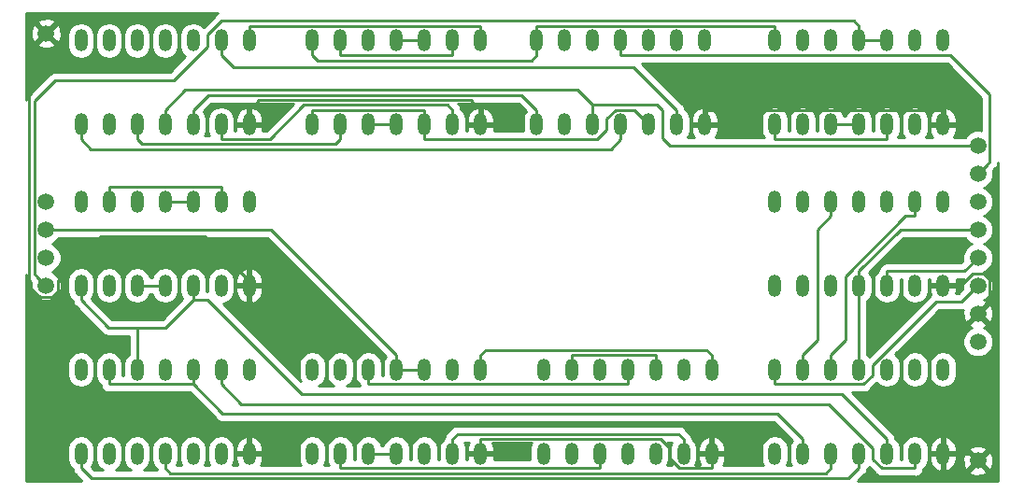
<source format=gbr>
G04 #@! TF.GenerationSoftware,KiCad,Pcbnew,(5.0.0)*
G04 #@! TF.CreationDate,2018-09-20T19:37:14-04:00*
G04 #@! TF.ProjectId,Register,52656769737465722E6B696361645F70,rev?*
G04 #@! TF.SameCoordinates,Original*
G04 #@! TF.FileFunction,Copper,L1,Top,Signal*
G04 #@! TF.FilePolarity,Positive*
%FSLAX46Y46*%
G04 Gerber Fmt 4.6, Leading zero omitted, Abs format (unit mm)*
G04 Created by KiCad (PCBNEW (5.0.0)) date 09/20/18 19:37:14*
%MOMM*%
%LPD*%
G01*
G04 APERTURE LIST*
G04 #@! TA.AperFunction,ComponentPad*
%ADD10C,1.500000*%
G04 #@! TD*
G04 #@! TA.AperFunction,ComponentPad*
%ADD11O,1.200000X2.000000*%
G04 #@! TD*
G04 #@! TA.AperFunction,Conductor*
%ADD12C,0.250000*%
G04 #@! TD*
G04 #@! TA.AperFunction,Conductor*
%ADD13C,0.254000*%
G04 #@! TD*
G04 APERTURE END LIST*
D10*
G04 #@! TO.P, ,1*
G04 #@! TO.N,GND*
X167640000Y-109855000D03*
G04 #@! TD*
G04 #@! TO.P, ,1*
G04 #@! TO.N,GND*
X83185000Y-71120000D03*
G04 #@! TD*
G04 #@! TO.P,J1,1*
G04 #@! TO.N,Q3*
X83185000Y-93980000D03*
G04 #@! TO.P,J1,2*
G04 #@! TO.N,Q2*
X83185000Y-91440000D03*
G04 #@! TO.P,J1,3*
G04 #@! TO.N,Q1*
X83185000Y-88900000D03*
G04 #@! TO.P,J1,4*
G04 #@! TO.N,Q0*
X83185000Y-86360000D03*
G04 #@! TD*
G04 #@! TO.P,J2,1*
G04 #@! TO.N,Net-(J2-Pad1)*
X167640000Y-99060000D03*
G04 #@! TO.P,J2,2*
G04 #@! TO.N,GND*
X167640000Y-96520000D03*
G04 #@! TO.P,J2,3*
G04 #@! TO.N,VCC*
X167640000Y-93980000D03*
G04 #@! TO.P,J2,4*
G04 #@! TO.N,Clock*
X167640000Y-91440000D03*
G04 #@! TO.P,J2,5*
G04 #@! TO.N,D3*
X167640000Y-88900000D03*
G04 #@! TO.P,J2,6*
G04 #@! TO.N,D2*
X167640000Y-86360000D03*
G04 #@! TO.P,J2,7*
G04 #@! TO.N,D1*
X167640000Y-83820000D03*
G04 #@! TO.P,J2,8*
G04 #@! TO.N,D0*
X167640000Y-81280000D03*
G04 #@! TD*
D11*
G04 #@! TO.P,U1,14*
G04 #@! TO.N,VCC*
X107315000Y-71755000D03*
G04 #@! TO.P,U1,1*
G04 #@! TO.N,/D_Flip-Flop/sheet5BAD013C/D*
X107315000Y-79375000D03*
G04 #@! TO.P,U1,13*
G04 #@! TO.N,/D_Flip-Flop/QN*
X109855000Y-71755000D03*
G04 #@! TO.P,U1,2*
G04 #@! TO.N,/D_Flip-Flop/D_Latch/RS-Latch/R*
X109855000Y-79375000D03*
G04 #@! TO.P,U1,12*
G04 #@! TO.N,/D_Flip-Flop/sheet5BAD013C/RS-Latch/S*
X112395000Y-71755000D03*
G04 #@! TO.P,U1,3*
G04 #@! TO.N,/D_Flip-Flop/D_Latch/QN*
X112395000Y-79375000D03*
G04 #@! TO.P,U1,11*
G04 #@! TO.N,Q0*
X114935000Y-71755000D03*
G04 #@! TO.P,U1,4*
G04 #@! TO.N,/D_Flip-Flop/D_Latch/QN*
X114935000Y-79375000D03*
G04 #@! TO.P,U1,10*
G04 #@! TO.N,Q0*
X117475000Y-71755000D03*
G04 #@! TO.P,U1,5*
G04 #@! TO.N,/D_Flip-Flop/sheet5BAD013C/D*
X117475000Y-79375000D03*
G04 #@! TO.P,U1,9*
G04 #@! TO.N,/D_Flip-Flop/QN*
X120015000Y-71755000D03*
G04 #@! TO.P,U1,6*
G04 #@! TO.N,/D_Flip-Flop/D_Latch/RS-Latch/S*
X120015000Y-79375000D03*
G04 #@! TO.P,U1,8*
G04 #@! TO.N,/D_Flip-Flop/sheet5BAD013C/RS-Latch/R*
X122555000Y-71755000D03*
G04 #@! TO.P,U1,7*
G04 #@! TO.N,GND*
X122555000Y-79375000D03*
G04 #@! TD*
G04 #@! TO.P,U2,7*
G04 #@! TO.N,GND*
X122555000Y-109220000D03*
G04 #@! TO.P,U2,8*
G04 #@! TO.N,/sheet5BAD03B0/sheet5BAD013C/RS-Latch/R*
X122555000Y-101600000D03*
G04 #@! TO.P,U2,6*
G04 #@! TO.N,/sheet5BAD03B0/D_Latch/RS-Latch/S*
X120015000Y-109220000D03*
G04 #@! TO.P,U2,9*
G04 #@! TO.N,/sheet5BAD03B0/QN*
X120015000Y-101600000D03*
G04 #@! TO.P,U2,5*
G04 #@! TO.N,/sheet5BAD03B0/sheet5BAD013C/D*
X117475000Y-109220000D03*
G04 #@! TO.P,U2,10*
G04 #@! TO.N,Q1*
X117475000Y-101600000D03*
G04 #@! TO.P,U2,4*
G04 #@! TO.N,/sheet5BAD03B0/D_Latch/QN*
X114935000Y-109220000D03*
G04 #@! TO.P,U2,11*
G04 #@! TO.N,Q1*
X114935000Y-101600000D03*
G04 #@! TO.P,U2,3*
G04 #@! TO.N,/sheet5BAD03B0/D_Latch/QN*
X112395000Y-109220000D03*
G04 #@! TO.P,U2,12*
G04 #@! TO.N,/sheet5BAD03B0/sheet5BAD013C/RS-Latch/S*
X112395000Y-101600000D03*
G04 #@! TO.P,U2,2*
G04 #@! TO.N,/sheet5BAD03B0/D_Latch/RS-Latch/R*
X109855000Y-109220000D03*
G04 #@! TO.P,U2,13*
G04 #@! TO.N,/sheet5BAD03B0/QN*
X109855000Y-101600000D03*
G04 #@! TO.P,U2,1*
G04 #@! TO.N,/sheet5BAD03B0/sheet5BAD013C/D*
X107315000Y-109220000D03*
G04 #@! TO.P,U2,14*
G04 #@! TO.N,VCC*
X107315000Y-101600000D03*
G04 #@! TD*
G04 #@! TO.P,U3,14*
G04 #@! TO.N,VCC*
X86360000Y-86360000D03*
G04 #@! TO.P,U3,1*
G04 #@! TO.N,/sheet5BAD03B9/sheet5BAD013C/D*
X86360000Y-93980000D03*
G04 #@! TO.P,U3,13*
G04 #@! TO.N,/sheet5BAD03B9/QN*
X88900000Y-86360000D03*
G04 #@! TO.P,U3,2*
G04 #@! TO.N,/sheet5BAD03B9/D_Latch/RS-Latch/R*
X88900000Y-93980000D03*
G04 #@! TO.P,U3,12*
G04 #@! TO.N,/sheet5BAD03B9/sheet5BAD013C/RS-Latch/S*
X91440000Y-86360000D03*
G04 #@! TO.P,U3,3*
G04 #@! TO.N,/sheet5BAD03B9/D_Latch/QN*
X91440000Y-93980000D03*
G04 #@! TO.P,U3,11*
G04 #@! TO.N,Q2*
X93980000Y-86360000D03*
G04 #@! TO.P,U3,4*
G04 #@! TO.N,/sheet5BAD03B9/D_Latch/QN*
X93980000Y-93980000D03*
G04 #@! TO.P,U3,10*
G04 #@! TO.N,Q2*
X96520000Y-86360000D03*
G04 #@! TO.P,U3,5*
G04 #@! TO.N,/sheet5BAD03B9/sheet5BAD013C/D*
X96520000Y-93980000D03*
G04 #@! TO.P,U3,9*
G04 #@! TO.N,/sheet5BAD03B9/QN*
X99060000Y-86360000D03*
G04 #@! TO.P,U3,6*
G04 #@! TO.N,/sheet5BAD03B9/D_Latch/RS-Latch/S*
X99060000Y-93980000D03*
G04 #@! TO.P,U3,8*
G04 #@! TO.N,/sheet5BAD03B9/sheet5BAD013C/RS-Latch/R*
X101600000Y-86360000D03*
G04 #@! TO.P,U3,7*
G04 #@! TO.N,GND*
X101600000Y-93980000D03*
G04 #@! TD*
G04 #@! TO.P,U4,7*
G04 #@! TO.N,GND*
X164465000Y-79375000D03*
G04 #@! TO.P,U4,8*
G04 #@! TO.N,/sheet5BAD03C0/sheet5BAD013C/RS-Latch/R*
X164465000Y-71755000D03*
G04 #@! TO.P,U4,6*
G04 #@! TO.N,/sheet5BAD03C0/D_Latch/RS-Latch/S*
X161925000Y-79375000D03*
G04 #@! TO.P,U4,9*
G04 #@! TO.N,/sheet5BAD03C0/QN*
X161925000Y-71755000D03*
G04 #@! TO.P,U4,5*
G04 #@! TO.N,/sheet5BAD03C0/sheet5BAD013C/D*
X159385000Y-79375000D03*
G04 #@! TO.P,U4,10*
G04 #@! TO.N,Q3*
X159385000Y-71755000D03*
G04 #@! TO.P,U4,4*
G04 #@! TO.N,/sheet5BAD03C0/D_Latch/QN*
X156845000Y-79375000D03*
G04 #@! TO.P,U4,11*
G04 #@! TO.N,Q3*
X156845000Y-71755000D03*
G04 #@! TO.P,U4,3*
G04 #@! TO.N,/sheet5BAD03C0/D_Latch/QN*
X154305000Y-79375000D03*
G04 #@! TO.P,U4,12*
G04 #@! TO.N,/sheet5BAD03C0/sheet5BAD013C/RS-Latch/S*
X154305000Y-71755000D03*
G04 #@! TO.P,U4,2*
G04 #@! TO.N,/sheet5BAD03C0/D_Latch/RS-Latch/R*
X151765000Y-79375000D03*
G04 #@! TO.P,U4,13*
G04 #@! TO.N,/sheet5BAD03C0/QN*
X151765000Y-71755000D03*
G04 #@! TO.P,U4,1*
G04 #@! TO.N,/sheet5BAD03C0/sheet5BAD013C/D*
X149225000Y-79375000D03*
G04 #@! TO.P,U4,14*
G04 #@! TO.N,VCC*
X149225000Y-71755000D03*
G04 #@! TD*
G04 #@! TO.P,U5,14*
G04 #@! TO.N,VCC*
X127635000Y-71755000D03*
G04 #@! TO.P,U5,1*
G04 #@! TO.N,Clock*
X127635000Y-79375000D03*
G04 #@! TO.P,U5,13*
G04 #@! TO.N,/sheet5BAD03B0/sheet5BAD013C/D*
X130175000Y-71755000D03*
G04 #@! TO.P,U5,2*
G04 #@! TO.N,/D_Flip-Flop/sheet5BAD013C/C*
X130175000Y-79375000D03*
G04 #@! TO.P,U5,12*
G04 #@! TO.N,Net-(U5-Pad12)*
X132715000Y-71755000D03*
G04 #@! TO.P,U5,3*
G04 #@! TO.N,D0*
X132715000Y-79375000D03*
G04 #@! TO.P,U5,11*
G04 #@! TO.N,D1*
X135255000Y-71755000D03*
G04 #@! TO.P,U5,4*
G04 #@! TO.N,Net-(U5-Pad4)*
X135255000Y-79375000D03*
G04 #@! TO.P,U5,10*
G04 #@! TO.N,Net-(U5-Pad10)*
X137795000Y-71755000D03*
G04 #@! TO.P,U5,5*
G04 #@! TO.N,/D_Flip-Flop/sheet5BAD013C/D*
X137795000Y-79375000D03*
G04 #@! TO.P,U5,9*
G04 #@! TO.N,Clock*
X140335000Y-71755000D03*
G04 #@! TO.P,U5,6*
G04 #@! TO.N,Net-(U5-Pad6)*
X140335000Y-79375000D03*
G04 #@! TO.P,U5,8*
G04 #@! TO.N,/sheet5BAD03B0/sheet5BAD013C/C*
X142875000Y-71755000D03*
G04 #@! TO.P,U5,7*
G04 #@! TO.N,GND*
X142875000Y-79375000D03*
G04 #@! TD*
G04 #@! TO.P,U6,7*
G04 #@! TO.N,GND*
X164465000Y-109220000D03*
G04 #@! TO.P,U6,8*
G04 #@! TO.N,/sheet5BAD03C0/sheet5BAD013C/C*
X164465000Y-101600000D03*
G04 #@! TO.P,U6,6*
G04 #@! TO.N,Net-(U6-Pad6)*
X161925000Y-109220000D03*
G04 #@! TO.P,U6,9*
G04 #@! TO.N,Clock*
X161925000Y-101600000D03*
G04 #@! TO.P,U6,5*
G04 #@! TO.N,/sheet5BAD03B9/sheet5BAD013C/D*
X159385000Y-109220000D03*
G04 #@! TO.P,U6,10*
G04 #@! TO.N,Net-(U10-Pad1)*
X159385000Y-101600000D03*
G04 #@! TO.P,U6,4*
G04 #@! TO.N,Net-(U6-Pad4)*
X156845000Y-109220000D03*
G04 #@! TO.P,U6,11*
G04 #@! TO.N,D3*
X156845000Y-101600000D03*
G04 #@! TO.P,U6,3*
G04 #@! TO.N,D2*
X154305000Y-109220000D03*
G04 #@! TO.P,U6,12*
G04 #@! TO.N,Net-(U10-Pad9)*
X154305000Y-101600000D03*
G04 #@! TO.P,U6,2*
G04 #@! TO.N,/sheet5BAD03B9/sheet5BAD013C/C*
X151765000Y-109220000D03*
G04 #@! TO.P,U6,13*
G04 #@! TO.N,/sheet5BAD03C0/sheet5BAD013C/D*
X151765000Y-101600000D03*
G04 #@! TO.P,U6,1*
G04 #@! TO.N,Clock*
X149225000Y-109220000D03*
G04 #@! TO.P,U6,14*
G04 #@! TO.N,VCC*
X149225000Y-101600000D03*
G04 #@! TD*
G04 #@! TO.P,U7,14*
G04 #@! TO.N,Net-(U7-Pad14)*
X86360000Y-71755000D03*
G04 #@! TO.P,U7,1*
G04 #@! TO.N,Net-(U5-Pad4)*
X86360000Y-79375000D03*
G04 #@! TO.P,U7,13*
G04 #@! TO.N,/D_Flip-Flop/sheet5BAD013C/C*
X88900000Y-71755000D03*
G04 #@! TO.P,U7,2*
G04 #@! TO.N,Clock*
X88900000Y-79375000D03*
G04 #@! TO.P,U7,12*
G04 #@! TO.N,/D_Flip-Flop/sheet5BAD013C/D*
X91440000Y-71755000D03*
G04 #@! TO.P,U7,3*
G04 #@! TO.N,/D_Flip-Flop/D_Latch/RS-Latch/R*
X91440000Y-79375000D03*
G04 #@! TO.P,U7,11*
G04 #@! TO.N,/D_Flip-Flop/sheet5BAD013C/RS-Latch/S*
X93980000Y-71755000D03*
G04 #@! TO.P,U7,4*
G04 #@! TO.N,D0*
X93980000Y-79375000D03*
G04 #@! TO.P,U7,10*
G04 #@! TO.N,/D_Flip-Flop/sheet5BAD013C/C*
X96520000Y-71755000D03*
G04 #@! TO.P,U7,5*
G04 #@! TO.N,Clock*
X96520000Y-79375000D03*
G04 #@! TO.P,U7,9*
G04 #@! TO.N,Net-(U5-Pad6)*
X99060000Y-71755000D03*
G04 #@! TO.P,U7,6*
G04 #@! TO.N,/D_Flip-Flop/D_Latch/RS-Latch/S*
X99060000Y-79375000D03*
G04 #@! TO.P,U7,8*
G04 #@! TO.N,/D_Flip-Flop/sheet5BAD013C/RS-Latch/R*
X101600000Y-71755000D03*
G04 #@! TO.P,U7,7*
G04 #@! TO.N,GND*
X101600000Y-79375000D03*
G04 #@! TD*
G04 #@! TO.P,U8,7*
G04 #@! TO.N,GND*
X143510000Y-109220000D03*
G04 #@! TO.P,U8,8*
G04 #@! TO.N,/sheet5BAD03B0/sheet5BAD013C/RS-Latch/R*
X143510000Y-101600000D03*
G04 #@! TO.P,U8,6*
G04 #@! TO.N,/sheet5BAD03B0/D_Latch/RS-Latch/S*
X140970000Y-109220000D03*
G04 #@! TO.P,U8,9*
G04 #@! TO.N,Net-(U5-Pad12)*
X140970000Y-101600000D03*
G04 #@! TO.P,U8,5*
G04 #@! TO.N,Clock*
X138430000Y-109220000D03*
G04 #@! TO.P,U8,10*
G04 #@! TO.N,/sheet5BAD03B0/sheet5BAD013C/C*
X138430000Y-101600000D03*
G04 #@! TO.P,U8,4*
G04 #@! TO.N,D1*
X135890000Y-109220000D03*
G04 #@! TO.P,U8,11*
G04 #@! TO.N,/sheet5BAD03B0/sheet5BAD013C/RS-Latch/S*
X135890000Y-101600000D03*
G04 #@! TO.P,U8,3*
G04 #@! TO.N,/sheet5BAD03B0/D_Latch/RS-Latch/R*
X133350000Y-109220000D03*
G04 #@! TO.P,U8,12*
G04 #@! TO.N,/sheet5BAD03B0/sheet5BAD013C/D*
X133350000Y-101600000D03*
G04 #@! TO.P,U8,2*
G04 #@! TO.N,Clock*
X130810000Y-109220000D03*
G04 #@! TO.P,U8,13*
G04 #@! TO.N,/sheet5BAD03B0/sheet5BAD013C/C*
X130810000Y-101600000D03*
G04 #@! TO.P,U8,1*
G04 #@! TO.N,Net-(U5-Pad10)*
X128270000Y-109220000D03*
G04 #@! TO.P,U8,14*
G04 #@! TO.N,Net-(U8-Pad14)*
X128270000Y-101600000D03*
G04 #@! TD*
G04 #@! TO.P,U9,14*
G04 #@! TO.N,Net-(U9-Pad14)*
X86360000Y-101600000D03*
G04 #@! TO.P,U9,1*
G04 #@! TO.N,Net-(U6-Pad4)*
X86360000Y-109220000D03*
G04 #@! TO.P,U9,13*
G04 #@! TO.N,/sheet5BAD03B9/sheet5BAD013C/C*
X88900000Y-101600000D03*
G04 #@! TO.P,U9,2*
G04 #@! TO.N,Clock*
X88900000Y-109220000D03*
G04 #@! TO.P,U9,12*
G04 #@! TO.N,/sheet5BAD03B9/sheet5BAD013C/D*
X91440000Y-101600000D03*
G04 #@! TO.P,U9,3*
G04 #@! TO.N,/sheet5BAD03B9/D_Latch/RS-Latch/R*
X91440000Y-109220000D03*
G04 #@! TO.P,U9,11*
G04 #@! TO.N,/sheet5BAD03B9/sheet5BAD013C/RS-Latch/S*
X93980000Y-101600000D03*
G04 #@! TO.P,U9,4*
G04 #@! TO.N,D2*
X93980000Y-109220000D03*
G04 #@! TO.P,U9,10*
G04 #@! TO.N,/sheet5BAD03B9/sheet5BAD013C/C*
X96520000Y-101600000D03*
G04 #@! TO.P,U9,5*
G04 #@! TO.N,Clock*
X96520000Y-109220000D03*
G04 #@! TO.P,U9,9*
G04 #@! TO.N,Net-(U6-Pad6)*
X99060000Y-101600000D03*
G04 #@! TO.P,U9,6*
G04 #@! TO.N,/sheet5BAD03B9/D_Latch/RS-Latch/S*
X99060000Y-109220000D03*
G04 #@! TO.P,U9,8*
G04 #@! TO.N,/sheet5BAD03B9/sheet5BAD013C/RS-Latch/R*
X101600000Y-101600000D03*
G04 #@! TO.P,U9,7*
G04 #@! TO.N,GND*
X101600000Y-109220000D03*
G04 #@! TD*
G04 #@! TO.P,U10,7*
G04 #@! TO.N,GND*
X164465000Y-93980000D03*
G04 #@! TO.P,U10,8*
G04 #@! TO.N,/sheet5BAD03C0/sheet5BAD013C/RS-Latch/R*
X164465000Y-86360000D03*
G04 #@! TO.P,U10,6*
G04 #@! TO.N,/sheet5BAD03C0/D_Latch/RS-Latch/S*
X161925000Y-93980000D03*
G04 #@! TO.P,U10,9*
G04 #@! TO.N,Net-(U10-Pad9)*
X161925000Y-86360000D03*
G04 #@! TO.P,U10,5*
G04 #@! TO.N,Clock*
X159385000Y-93980000D03*
G04 #@! TO.P,U10,10*
G04 #@! TO.N,/sheet5BAD03C0/sheet5BAD013C/C*
X159385000Y-86360000D03*
G04 #@! TO.P,U10,4*
G04 #@! TO.N,D3*
X156845000Y-93980000D03*
G04 #@! TO.P,U10,11*
G04 #@! TO.N,/sheet5BAD03C0/sheet5BAD013C/RS-Latch/S*
X156845000Y-86360000D03*
G04 #@! TO.P,U10,3*
G04 #@! TO.N,/sheet5BAD03C0/D_Latch/RS-Latch/R*
X154305000Y-93980000D03*
G04 #@! TO.P,U10,12*
G04 #@! TO.N,/sheet5BAD03C0/sheet5BAD013C/D*
X154305000Y-86360000D03*
G04 #@! TO.P,U10,2*
G04 #@! TO.N,Clock*
X151765000Y-93980000D03*
G04 #@! TO.P,U10,13*
G04 #@! TO.N,/sheet5BAD03C0/sheet5BAD013C/C*
X151765000Y-86360000D03*
G04 #@! TO.P,U10,1*
G04 #@! TO.N,Net-(U10-Pad1)*
X149225000Y-93980000D03*
G04 #@! TO.P,U10,14*
G04 #@! TO.N,Net-(U10-Pad14)*
X149225000Y-86360000D03*
G04 #@! TD*
D12*
G04 #@! TO.N,Q3*
X159385000Y-71755000D02*
X156845000Y-71755000D01*
X82435001Y-93230001D02*
X83185000Y-93980000D01*
X82109999Y-92904999D02*
X82435001Y-93230001D01*
X82109999Y-77275001D02*
X82109999Y-92904999D01*
X84043500Y-75341500D02*
X82109999Y-77275001D01*
X94733300Y-75341500D02*
X84043500Y-75341500D01*
X156845000Y-71755000D02*
X156845000Y-70429700D01*
X156845000Y-70429700D02*
X156394600Y-69979300D01*
X156394600Y-69979300D02*
X99072500Y-69979300D01*
X99072500Y-69979300D02*
X97790000Y-71261800D01*
X97790000Y-71261800D02*
X97790000Y-72284800D01*
X97790000Y-72284800D02*
X94733300Y-75341500D01*
G04 #@! TO.N,Q2*
X96520000Y-86360000D02*
X93980000Y-86360000D01*
G04 #@! TO.N,Q1*
X114935000Y-101600000D02*
X114935000Y-100274700D01*
X114935000Y-100274700D02*
X103560300Y-88900000D01*
X117475000Y-101600000D02*
X114935000Y-101600000D01*
X103560300Y-88900000D02*
X83185000Y-88900000D01*
G04 #@! TO.N,Q0*
X117475000Y-71755000D02*
X114935000Y-71755000D01*
G04 #@! TO.N,Clock*
X127635000Y-78049700D02*
X126284100Y-76698800D01*
X126284100Y-76698800D02*
X97870900Y-76698800D01*
X97870900Y-76698800D02*
X96520000Y-78049700D01*
X127635000Y-79375000D02*
X127635000Y-78049700D01*
X96520000Y-79375000D02*
X96520000Y-78049700D01*
X166425300Y-92654700D02*
X167640000Y-91440000D01*
X159385000Y-93980000D02*
X159385000Y-92654700D01*
X159385000Y-92654700D02*
X166425300Y-92654700D01*
G04 #@! TO.N,D3*
X156845000Y-93980000D02*
X156845000Y-92654700D01*
X160599700Y-88900000D02*
X156845000Y-92654700D01*
X156845000Y-101600000D02*
X156845000Y-93980000D01*
X167640000Y-88900000D02*
X160599700Y-88900000D01*
G04 #@! TO.N,D2*
X93980000Y-109220000D02*
X93980000Y-110545300D01*
X154305000Y-109220000D02*
X154305000Y-110545300D01*
X154305000Y-110545300D02*
X153846800Y-111003500D01*
X153846800Y-111003500D02*
X94438200Y-111003500D01*
X94438200Y-111003500D02*
X93980000Y-110545300D01*
G04 #@! TO.N,D1*
X168389999Y-83070001D02*
X167640000Y-83820000D01*
X168715001Y-82744999D02*
X168389999Y-83070001D01*
X168715001Y-76640001D02*
X168715001Y-82744999D01*
X165155300Y-73080300D02*
X168715001Y-76640001D01*
X135255000Y-73080300D02*
X165155300Y-73080300D01*
X135255000Y-71755000D02*
X135255000Y-73080300D01*
G04 #@! TO.N,D0*
X132715000Y-77596100D02*
X131367400Y-76248500D01*
X131367400Y-76248500D02*
X95781200Y-76248500D01*
X95781200Y-76248500D02*
X93980000Y-78049700D01*
X132715000Y-78049700D02*
X132715000Y-77596100D01*
X132715000Y-79375000D02*
X132715000Y-78049700D01*
X93980000Y-79375000D02*
X93980000Y-78049700D01*
X167005000Y-81280000D02*
X167640000Y-81280000D01*
X139700000Y-81280000D02*
X167005000Y-81280000D01*
X139065000Y-80645000D02*
X139700000Y-81280000D01*
X139065000Y-78105000D02*
X139065000Y-80645000D01*
X132715000Y-77596100D02*
X138556100Y-77596100D01*
X138556100Y-77596100D02*
X139065000Y-78105000D01*
G04 #@! TO.N,/D_Flip-Flop/sheet5BAD013C/D*
X107315000Y-78049700D02*
X117475000Y-78049700D01*
X117475000Y-79375000D02*
X117475000Y-78049700D01*
X107315000Y-79375000D02*
X107315000Y-78049700D01*
X117475000Y-79375000D02*
X117475000Y-80700300D01*
X133115700Y-80700300D02*
X133985000Y-79831000D01*
X133985000Y-79831000D02*
X133985000Y-78881800D01*
X133985000Y-78881800D02*
X134820300Y-78046500D01*
X134820300Y-78046500D02*
X136466500Y-78046500D01*
X136466500Y-78046500D02*
X137795000Y-79375000D01*
X117475000Y-80700300D02*
X133115700Y-80700300D01*
G04 #@! TO.N,/sheet5BAD03B0/sheet5BAD013C/C*
X138430000Y-101600000D02*
X138430000Y-100274700D01*
X130810000Y-101600000D02*
X130810000Y-100274700D01*
X130810000Y-100274700D02*
X138430000Y-100274700D01*
G04 #@! TO.N,/D_Flip-Flop/sheet5BAD013C/RS-Latch/R*
X122555000Y-71755000D02*
X122555000Y-70429700D01*
X101600000Y-71755000D02*
X101600000Y-70429700D01*
X101600000Y-70429700D02*
X122555000Y-70429700D01*
G04 #@! TO.N,/D_Flip-Flop/D_Latch/RS-Latch/S*
X120015000Y-79375000D02*
X120015000Y-78049700D01*
X99060000Y-79375000D02*
X99060000Y-80700300D01*
X99060000Y-80700300D02*
X103473400Y-80700300D01*
X103473400Y-80700300D02*
X106574300Y-77599400D01*
X106574300Y-77599400D02*
X119564700Y-77599400D01*
X119564700Y-77599400D02*
X120015000Y-78049700D01*
G04 #@! TO.N,/D_Flip-Flop/D_Latch/RS-Latch/R*
X91440000Y-80700300D02*
X91890300Y-81150600D01*
X91890300Y-81150600D02*
X109404700Y-81150600D01*
X109404700Y-81150600D02*
X109855000Y-80700300D01*
X109855000Y-79375000D02*
X109855000Y-80700300D01*
X91440000Y-79375000D02*
X91440000Y-80700300D01*
G04 #@! TO.N,/D_Flip-Flop/QN*
X120015000Y-73080300D02*
X109855000Y-73080300D01*
X109855000Y-71755000D02*
X109855000Y-73080300D01*
X120015000Y-71755000D02*
X120015000Y-73080300D01*
G04 #@! TO.N,/D_Flip-Flop/D_Latch/QN*
X114935000Y-79375000D02*
X112395000Y-79375000D01*
G04 #@! TO.N,/sheet5BAD03B0/sheet5BAD013C/RS-Latch/R*
X122555000Y-101600000D02*
X122555000Y-100274700D01*
X143510000Y-101600000D02*
X143510000Y-100274700D01*
X143510000Y-100274700D02*
X143053700Y-99818400D01*
X143053700Y-99818400D02*
X123011300Y-99818400D01*
X123011300Y-99818400D02*
X122555000Y-100274700D01*
G04 #@! TO.N,/sheet5BAD03B0/D_Latch/RS-Latch/S*
X120015000Y-107894700D02*
X120465300Y-107444400D01*
X120465300Y-107444400D02*
X140519700Y-107444400D01*
X140519700Y-107444400D02*
X140970000Y-107894700D01*
X120015000Y-109220000D02*
X120015000Y-107894700D01*
X140970000Y-109220000D02*
X140970000Y-107894700D01*
G04 #@! TO.N,/sheet5BAD03B0/sheet5BAD013C/RS-Latch/S*
X112395000Y-101600000D02*
X112395000Y-102925300D01*
X135890000Y-101600000D02*
X135890000Y-102925300D01*
X135890000Y-102925300D02*
X112395000Y-102925300D01*
G04 #@! TO.N,/sheet5BAD03B0/D_Latch/RS-Latch/R*
X109855000Y-109220000D02*
X109855000Y-110545300D01*
X133350000Y-109220000D02*
X133350000Y-110545300D01*
X133350000Y-110545300D02*
X109855000Y-110545300D01*
G04 #@! TO.N,/sheet5BAD03B0/D_Latch/QN*
X112395000Y-109220000D02*
X114935000Y-109220000D01*
G04 #@! TO.N,Net-(U6-Pad6)*
X99060000Y-102925300D02*
X100874200Y-104739500D01*
X100874200Y-104739500D02*
X154116500Y-104739500D01*
X154116500Y-104739500D02*
X158115000Y-108738000D01*
X158115000Y-108738000D02*
X158115000Y-109723100D01*
X158115000Y-109723100D02*
X158937200Y-110545300D01*
X158937200Y-110545300D02*
X161925000Y-110545300D01*
X99060000Y-101600000D02*
X99060000Y-102925300D01*
X161925000Y-109220000D02*
X161925000Y-110545300D01*
G04 #@! TO.N,/sheet5BAD03B9/sheet5BAD013C/D*
X91440000Y-97790000D02*
X88844700Y-97790000D01*
X88844700Y-97790000D02*
X86360000Y-95305300D01*
X96520000Y-95305300D02*
X94035300Y-97790000D01*
X94035300Y-97790000D02*
X91440000Y-97790000D01*
X91440000Y-100274700D02*
X91440000Y-97790000D01*
X86360000Y-93980000D02*
X86360000Y-95305300D01*
X91440000Y-101600000D02*
X91440000Y-100274700D01*
X96520000Y-93980000D02*
X96520000Y-95305300D01*
X159385000Y-109220000D02*
X159385000Y-107894700D01*
X159385000Y-107894700D02*
X155329200Y-103838900D01*
X155329200Y-103838900D02*
X106378900Y-103838900D01*
X106378900Y-103838900D02*
X97845300Y-95305300D01*
X97845300Y-95305300D02*
X96520000Y-95305300D01*
G04 #@! TO.N,Net-(U6-Pad4)*
X86360000Y-110545300D02*
X87288700Y-111474000D01*
X87288700Y-111474000D02*
X155916300Y-111474000D01*
X155916300Y-111474000D02*
X156845000Y-110545300D01*
X86360000Y-109220000D02*
X86360000Y-110545300D01*
X156845000Y-109220000D02*
X156845000Y-110545300D01*
G04 #@! TO.N,/sheet5BAD03B9/sheet5BAD013C/C*
X88900000Y-101600000D02*
X88900000Y-102925300D01*
X96520000Y-102925300D02*
X88900000Y-102925300D01*
X96520000Y-102812700D02*
X96520000Y-102925300D01*
X96520000Y-101600000D02*
X96520000Y-102812700D01*
X151765000Y-109220000D02*
X151765000Y-107894700D01*
X151765000Y-107894700D02*
X149439500Y-105569200D01*
X149439500Y-105569200D02*
X99163900Y-105569200D01*
X99163900Y-105569200D02*
X96520000Y-102925300D01*
G04 #@! TO.N,/sheet5BAD03C0/sheet5BAD013C/D*
X149225000Y-79375000D02*
X149225000Y-80700300D01*
X159385000Y-79375000D02*
X159385000Y-80700300D01*
X159385000Y-80700300D02*
X149225000Y-80700300D01*
X151765000Y-101600000D02*
X151765000Y-100274700D01*
X154305000Y-86360000D02*
X154305000Y-87685300D01*
X154305000Y-87685300D02*
X153090000Y-88900300D01*
X153090000Y-88900300D02*
X153090000Y-98949700D01*
X153090000Y-98949700D02*
X151765000Y-100274700D01*
G04 #@! TO.N,/sheet5BAD03B9/QN*
X88900000Y-86360000D02*
X88900000Y-85034700D01*
X99060000Y-86360000D02*
X99060000Y-85034700D01*
X99060000Y-85034700D02*
X88900000Y-85034700D01*
G04 #@! TO.N,/sheet5BAD03B9/D_Latch/QN*
X93980000Y-93980000D02*
X91440000Y-93980000D01*
G04 #@! TO.N,/sheet5BAD03C0/D_Latch/QN*
X154305000Y-79375000D02*
X156845000Y-79375000D01*
G04 #@! TO.N,GND*
X122555000Y-78049700D02*
X121654400Y-77149100D01*
X121654400Y-77149100D02*
X102500600Y-77149100D01*
X102500600Y-77149100D02*
X101600000Y-78049700D01*
X122555000Y-79375000D02*
X122555000Y-78049700D01*
X101600000Y-79375000D02*
X101600000Y-78049700D01*
X142875000Y-79375000D02*
X142875000Y-78049700D01*
X164465000Y-79375000D02*
X164465000Y-78049700D01*
X164465000Y-78049700D02*
X142875000Y-78049700D01*
X122555000Y-109220000D02*
X122555000Y-107894700D01*
X143510000Y-109220000D02*
X143510000Y-110545300D01*
X143510000Y-110545300D02*
X140562000Y-110545300D01*
X140562000Y-110545300D02*
X139700000Y-109683300D01*
X139700000Y-109683300D02*
X139700000Y-108706200D01*
X139700000Y-108706200D02*
X138888500Y-107894700D01*
X138888500Y-107894700D02*
X122555000Y-107894700D01*
X168389999Y-95770001D02*
X167640000Y-96520000D01*
X168715001Y-95444999D02*
X168389999Y-95770001D01*
X168715001Y-93463999D02*
X168715001Y-95444999D01*
X168156001Y-92904999D02*
X168715001Y-93463999D01*
X167123999Y-92904999D02*
X168156001Y-92904999D01*
X166048998Y-93980000D02*
X167123999Y-92904999D01*
X164465000Y-93980000D02*
X166048998Y-93980000D01*
X167005000Y-109220000D02*
X167640000Y-109855000D01*
X164465000Y-109220000D02*
X167005000Y-109220000D01*
X82435001Y-71869999D02*
X83185000Y-71120000D01*
X81659990Y-72645010D02*
X82435001Y-71869999D01*
X81659990Y-94045992D02*
X81659990Y-72645010D01*
X82668999Y-95055001D02*
X81659990Y-94045992D01*
X83701001Y-95055001D02*
X82668999Y-95055001D01*
X84260001Y-94496001D02*
X83701001Y-95055001D01*
X84260001Y-93463999D02*
X84260001Y-94496001D01*
X88189000Y-89535000D02*
X84260001Y-93463999D01*
X97555000Y-89535000D02*
X88189000Y-89535000D01*
X101600000Y-93580000D02*
X97555000Y-89535000D01*
X101600000Y-93980000D02*
X101600000Y-93580000D01*
G04 #@! TO.N,VCC*
X127635000Y-71755000D02*
X127635000Y-70429700D01*
X149225000Y-71755000D02*
X149225000Y-70429700D01*
X149225000Y-70429700D02*
X127635000Y-70429700D01*
X149225000Y-101600000D02*
X149225000Y-102925300D01*
X149225000Y-102925300D02*
X157275300Y-102925300D01*
X157275300Y-102925300D02*
X158115000Y-102085600D01*
X158115000Y-102085600D02*
X158115000Y-101156600D01*
X158115000Y-101156600D02*
X163827000Y-95444600D01*
X127635000Y-71755000D02*
X127635000Y-73080300D01*
X107315000Y-71755000D02*
X107315000Y-73080300D01*
X107315000Y-73080300D02*
X107792600Y-73557900D01*
X107792600Y-73557900D02*
X127157400Y-73557900D01*
X127157400Y-73557900D02*
X127635000Y-73080300D01*
X166175400Y-95444600D02*
X167189990Y-94430010D01*
X163827000Y-95444600D02*
X166175400Y-95444600D01*
G04 #@! TO.N,Net-(U5-Pad4)*
X86360000Y-80700300D02*
X87260600Y-81600900D01*
X87260600Y-81600900D02*
X134354400Y-81600900D01*
X134354400Y-81600900D02*
X135255000Y-80700300D01*
X135255000Y-79375000D02*
X135255000Y-80700300D01*
X86360000Y-79375000D02*
X86360000Y-80700300D01*
G04 #@! TO.N,Net-(U5-Pad6)*
X99060000Y-73080300D02*
X100147000Y-74167300D01*
X100147000Y-74167300D02*
X136452600Y-74167300D01*
X136452600Y-74167300D02*
X140335000Y-78049700D01*
X140335000Y-79375000D02*
X140335000Y-78049700D01*
X99060000Y-71755000D02*
X99060000Y-73080300D01*
G04 #@! TO.N,Net-(U10-Pad9)*
X154305000Y-101600000D02*
X154305000Y-100274700D01*
X161925000Y-86360000D02*
X161925000Y-87685300D01*
X161925000Y-87685300D02*
X161096700Y-87685300D01*
X161096700Y-87685300D02*
X155630300Y-93151700D01*
X155630300Y-93151700D02*
X155630300Y-98949400D01*
X155630300Y-98949400D02*
X154305000Y-100274700D01*
G04 #@! TD*
D13*
G04 #@! TO.N,GND*
G36*
X169470000Y-111685000D02*
X156780101Y-111685000D01*
X157329473Y-111135629D01*
X157392929Y-111093229D01*
X157560904Y-110841837D01*
X157605000Y-110620152D01*
X157605000Y-110620148D01*
X157610194Y-110594035D01*
X157735385Y-110510385D01*
X157772274Y-110455176D01*
X158346873Y-111029775D01*
X158389271Y-111093229D01*
X158452724Y-111135627D01*
X158452726Y-111135629D01*
X158578102Y-111219402D01*
X158640663Y-111261204D01*
X158862348Y-111305300D01*
X158862352Y-111305300D01*
X158937199Y-111320188D01*
X159012046Y-111305300D01*
X161850148Y-111305300D01*
X161925000Y-111320189D01*
X162221537Y-111261204D01*
X162472929Y-111093229D01*
X162640904Y-110841837D01*
X162643951Y-110826517D01*
X166848088Y-110826517D01*
X166916077Y-111067460D01*
X167435171Y-111252201D01*
X167985448Y-111224230D01*
X168363923Y-111067460D01*
X168431912Y-110826517D01*
X167640000Y-110034605D01*
X166848088Y-110826517D01*
X162643951Y-110826517D01*
X162685000Y-110620152D01*
X162690195Y-110594034D01*
X162815385Y-110510385D01*
X163088344Y-110101873D01*
X163160000Y-109741635D01*
X163160000Y-109347000D01*
X163230000Y-109347000D01*
X163230000Y-109747000D01*
X163372610Y-110209947D01*
X163681526Y-110583080D01*
X164109719Y-110809592D01*
X164147391Y-110813462D01*
X164338000Y-110688731D01*
X164338000Y-109347000D01*
X164592000Y-109347000D01*
X164592000Y-110688731D01*
X164782609Y-110813462D01*
X164820281Y-110809592D01*
X165248474Y-110583080D01*
X165557390Y-110209947D01*
X165700000Y-109747000D01*
X165700000Y-109650171D01*
X166242799Y-109650171D01*
X166270770Y-110200448D01*
X166427540Y-110578923D01*
X166668483Y-110646912D01*
X167460395Y-109855000D01*
X167819605Y-109855000D01*
X168611517Y-110646912D01*
X168852460Y-110578923D01*
X169037201Y-110059829D01*
X169009230Y-109509552D01*
X168852460Y-109131077D01*
X168611517Y-109063088D01*
X167819605Y-109855000D01*
X167460395Y-109855000D01*
X166668483Y-109063088D01*
X166427540Y-109131077D01*
X166242799Y-109650171D01*
X165700000Y-109650171D01*
X165700000Y-109347000D01*
X164592000Y-109347000D01*
X164338000Y-109347000D01*
X163230000Y-109347000D01*
X163160000Y-109347000D01*
X163160000Y-108698364D01*
X163158934Y-108693000D01*
X163230000Y-108693000D01*
X163230000Y-109093000D01*
X164338000Y-109093000D01*
X164338000Y-107751269D01*
X164592000Y-107751269D01*
X164592000Y-109093000D01*
X165700000Y-109093000D01*
X165700000Y-108883483D01*
X166848088Y-108883483D01*
X167640000Y-109675395D01*
X168431912Y-108883483D01*
X168363923Y-108642540D01*
X167844829Y-108457799D01*
X167294552Y-108485770D01*
X166916077Y-108642540D01*
X166848088Y-108883483D01*
X165700000Y-108883483D01*
X165700000Y-108693000D01*
X165557390Y-108230053D01*
X165248474Y-107856920D01*
X164820281Y-107630408D01*
X164782609Y-107626538D01*
X164592000Y-107751269D01*
X164338000Y-107751269D01*
X164147391Y-107626538D01*
X164109719Y-107630408D01*
X163681526Y-107856920D01*
X163372610Y-108230053D01*
X163230000Y-108693000D01*
X163158934Y-108693000D01*
X163088344Y-108338127D01*
X162815385Y-107929615D01*
X162406872Y-107656656D01*
X161925000Y-107560805D01*
X161443127Y-107656656D01*
X161034615Y-107929615D01*
X160761656Y-108338128D01*
X160690000Y-108698365D01*
X160690000Y-109741636D01*
X160698685Y-109785300D01*
X160611314Y-109785300D01*
X160620000Y-109741635D01*
X160620000Y-108698364D01*
X160548344Y-108338127D01*
X160275385Y-107929615D01*
X160150194Y-107845965D01*
X160145000Y-107819852D01*
X160145000Y-107819848D01*
X160100904Y-107598163D01*
X160059102Y-107535602D01*
X159975329Y-107410226D01*
X159975327Y-107410224D01*
X159932929Y-107346771D01*
X159869476Y-107304373D01*
X156250401Y-103685300D01*
X157200453Y-103685300D01*
X157275300Y-103700188D01*
X157350147Y-103685300D01*
X157350152Y-103685300D01*
X157571837Y-103641204D01*
X157823229Y-103473229D01*
X157865631Y-103409770D01*
X158450717Y-102824685D01*
X158494616Y-102890385D01*
X158903128Y-103163344D01*
X159385000Y-103259195D01*
X159866873Y-103163344D01*
X160275385Y-102890385D01*
X160548344Y-102481873D01*
X160620000Y-102121635D01*
X160620000Y-101078365D01*
X160690000Y-101078365D01*
X160690000Y-102121636D01*
X160761656Y-102481873D01*
X161034616Y-102890385D01*
X161443128Y-103163344D01*
X161925000Y-103259195D01*
X162406873Y-103163344D01*
X162815385Y-102890385D01*
X163088344Y-102481873D01*
X163160000Y-102121635D01*
X163160000Y-101078365D01*
X163230000Y-101078365D01*
X163230000Y-102121636D01*
X163301656Y-102481873D01*
X163574616Y-102890385D01*
X163983128Y-103163344D01*
X164465000Y-103259195D01*
X164946873Y-103163344D01*
X165355385Y-102890385D01*
X165628344Y-102481873D01*
X165700000Y-102121635D01*
X165700000Y-101078364D01*
X165628344Y-100718127D01*
X165355385Y-100309615D01*
X164946872Y-100036656D01*
X164465000Y-99940805D01*
X163983127Y-100036656D01*
X163574615Y-100309615D01*
X163301656Y-100718128D01*
X163230000Y-101078365D01*
X163160000Y-101078365D01*
X163160000Y-101078364D01*
X163088344Y-100718127D01*
X162815385Y-100309615D01*
X162406872Y-100036656D01*
X161925000Y-99940805D01*
X161443127Y-100036656D01*
X161034615Y-100309615D01*
X160761656Y-100718128D01*
X160690000Y-101078365D01*
X160620000Y-101078365D01*
X160620000Y-101078364D01*
X160548344Y-100718127D01*
X160275385Y-100309615D01*
X160132355Y-100214046D01*
X161561895Y-98784506D01*
X166255000Y-98784506D01*
X166255000Y-99335494D01*
X166465853Y-99844540D01*
X166855460Y-100234147D01*
X167364506Y-100445000D01*
X167915494Y-100445000D01*
X168424540Y-100234147D01*
X168814147Y-99844540D01*
X169025000Y-99335494D01*
X169025000Y-98784506D01*
X168814147Y-98275460D01*
X168424540Y-97885853D01*
X168209070Y-97796603D01*
X168363923Y-97732460D01*
X168431912Y-97491517D01*
X167640000Y-96699605D01*
X166848088Y-97491517D01*
X166916077Y-97732460D01*
X167082658Y-97791745D01*
X166855460Y-97885853D01*
X166465853Y-98275460D01*
X166255000Y-98784506D01*
X161561895Y-98784506D01*
X164141802Y-96204600D01*
X166100553Y-96204600D01*
X166175400Y-96219488D01*
X166250247Y-96204600D01*
X166250252Y-96204600D01*
X166284580Y-96197772D01*
X166242799Y-96315171D01*
X166270770Y-96865448D01*
X166427540Y-97243923D01*
X166668483Y-97311912D01*
X167460395Y-96520000D01*
X167819605Y-96520000D01*
X168611517Y-97311912D01*
X168852460Y-97243923D01*
X169037201Y-96724829D01*
X169009230Y-96174552D01*
X168852460Y-95796077D01*
X168611517Y-95728088D01*
X167819605Y-96520000D01*
X167460395Y-96520000D01*
X167446253Y-96505858D01*
X167625858Y-96326253D01*
X167640000Y-96340395D01*
X168431912Y-95548483D01*
X168363923Y-95307540D01*
X168197342Y-95248255D01*
X168424540Y-95154147D01*
X168814147Y-94764540D01*
X169025000Y-94255494D01*
X169025000Y-93704506D01*
X168814147Y-93195460D01*
X168424540Y-92805853D01*
X168193130Y-92710000D01*
X168424540Y-92614147D01*
X168814147Y-92224540D01*
X169025000Y-91715494D01*
X169025000Y-91164506D01*
X168814147Y-90655460D01*
X168424540Y-90265853D01*
X168193130Y-90170000D01*
X168424540Y-90074147D01*
X168814147Y-89684540D01*
X169025000Y-89175494D01*
X169025000Y-88624506D01*
X168814147Y-88115460D01*
X168424540Y-87725853D01*
X168193130Y-87630000D01*
X168424540Y-87534147D01*
X168814147Y-87144540D01*
X169025000Y-86635494D01*
X169025000Y-86084506D01*
X168814147Y-85575460D01*
X168424540Y-85185853D01*
X168193130Y-85090000D01*
X168424540Y-84994147D01*
X168814147Y-84604540D01*
X169025000Y-84095494D01*
X169025000Y-83544506D01*
X169014835Y-83519966D01*
X169199471Y-83335330D01*
X169262930Y-83292928D01*
X169430905Y-83041536D01*
X169470001Y-82844989D01*
X169470000Y-111685000D01*
X169470000Y-111685000D01*
G37*
X169470000Y-111685000D02*
X156780101Y-111685000D01*
X157329473Y-111135629D01*
X157392929Y-111093229D01*
X157560904Y-110841837D01*
X157605000Y-110620152D01*
X157605000Y-110620148D01*
X157610194Y-110594035D01*
X157735385Y-110510385D01*
X157772274Y-110455176D01*
X158346873Y-111029775D01*
X158389271Y-111093229D01*
X158452724Y-111135627D01*
X158452726Y-111135629D01*
X158578102Y-111219402D01*
X158640663Y-111261204D01*
X158862348Y-111305300D01*
X158862352Y-111305300D01*
X158937199Y-111320188D01*
X159012046Y-111305300D01*
X161850148Y-111305300D01*
X161925000Y-111320189D01*
X162221537Y-111261204D01*
X162472929Y-111093229D01*
X162640904Y-110841837D01*
X162643951Y-110826517D01*
X166848088Y-110826517D01*
X166916077Y-111067460D01*
X167435171Y-111252201D01*
X167985448Y-111224230D01*
X168363923Y-111067460D01*
X168431912Y-110826517D01*
X167640000Y-110034605D01*
X166848088Y-110826517D01*
X162643951Y-110826517D01*
X162685000Y-110620152D01*
X162690195Y-110594034D01*
X162815385Y-110510385D01*
X163088344Y-110101873D01*
X163160000Y-109741635D01*
X163160000Y-109347000D01*
X163230000Y-109347000D01*
X163230000Y-109747000D01*
X163372610Y-110209947D01*
X163681526Y-110583080D01*
X164109719Y-110809592D01*
X164147391Y-110813462D01*
X164338000Y-110688731D01*
X164338000Y-109347000D01*
X164592000Y-109347000D01*
X164592000Y-110688731D01*
X164782609Y-110813462D01*
X164820281Y-110809592D01*
X165248474Y-110583080D01*
X165557390Y-110209947D01*
X165700000Y-109747000D01*
X165700000Y-109650171D01*
X166242799Y-109650171D01*
X166270770Y-110200448D01*
X166427540Y-110578923D01*
X166668483Y-110646912D01*
X167460395Y-109855000D01*
X167819605Y-109855000D01*
X168611517Y-110646912D01*
X168852460Y-110578923D01*
X169037201Y-110059829D01*
X169009230Y-109509552D01*
X168852460Y-109131077D01*
X168611517Y-109063088D01*
X167819605Y-109855000D01*
X167460395Y-109855000D01*
X166668483Y-109063088D01*
X166427540Y-109131077D01*
X166242799Y-109650171D01*
X165700000Y-109650171D01*
X165700000Y-109347000D01*
X164592000Y-109347000D01*
X164338000Y-109347000D01*
X163230000Y-109347000D01*
X163160000Y-109347000D01*
X163160000Y-108698364D01*
X163158934Y-108693000D01*
X163230000Y-108693000D01*
X163230000Y-109093000D01*
X164338000Y-109093000D01*
X164338000Y-107751269D01*
X164592000Y-107751269D01*
X164592000Y-109093000D01*
X165700000Y-109093000D01*
X165700000Y-108883483D01*
X166848088Y-108883483D01*
X167640000Y-109675395D01*
X168431912Y-108883483D01*
X168363923Y-108642540D01*
X167844829Y-108457799D01*
X167294552Y-108485770D01*
X166916077Y-108642540D01*
X166848088Y-108883483D01*
X165700000Y-108883483D01*
X165700000Y-108693000D01*
X165557390Y-108230053D01*
X165248474Y-107856920D01*
X164820281Y-107630408D01*
X164782609Y-107626538D01*
X164592000Y-107751269D01*
X164338000Y-107751269D01*
X164147391Y-107626538D01*
X164109719Y-107630408D01*
X163681526Y-107856920D01*
X163372610Y-108230053D01*
X163230000Y-108693000D01*
X163158934Y-108693000D01*
X163088344Y-108338127D01*
X162815385Y-107929615D01*
X162406872Y-107656656D01*
X161925000Y-107560805D01*
X161443127Y-107656656D01*
X161034615Y-107929615D01*
X160761656Y-108338128D01*
X160690000Y-108698365D01*
X160690000Y-109741636D01*
X160698685Y-109785300D01*
X160611314Y-109785300D01*
X160620000Y-109741635D01*
X160620000Y-108698364D01*
X160548344Y-108338127D01*
X160275385Y-107929615D01*
X160150194Y-107845965D01*
X160145000Y-107819852D01*
X160145000Y-107819848D01*
X160100904Y-107598163D01*
X160059102Y-107535602D01*
X159975329Y-107410226D01*
X159975327Y-107410224D01*
X159932929Y-107346771D01*
X159869476Y-107304373D01*
X156250401Y-103685300D01*
X157200453Y-103685300D01*
X157275300Y-103700188D01*
X157350147Y-103685300D01*
X157350152Y-103685300D01*
X157571837Y-103641204D01*
X157823229Y-103473229D01*
X157865631Y-103409770D01*
X158450717Y-102824685D01*
X158494616Y-102890385D01*
X158903128Y-103163344D01*
X159385000Y-103259195D01*
X159866873Y-103163344D01*
X160275385Y-102890385D01*
X160548344Y-102481873D01*
X160620000Y-102121635D01*
X160620000Y-101078365D01*
X160690000Y-101078365D01*
X160690000Y-102121636D01*
X160761656Y-102481873D01*
X161034616Y-102890385D01*
X161443128Y-103163344D01*
X161925000Y-103259195D01*
X162406873Y-103163344D01*
X162815385Y-102890385D01*
X163088344Y-102481873D01*
X163160000Y-102121635D01*
X163160000Y-101078365D01*
X163230000Y-101078365D01*
X163230000Y-102121636D01*
X163301656Y-102481873D01*
X163574616Y-102890385D01*
X163983128Y-103163344D01*
X164465000Y-103259195D01*
X164946873Y-103163344D01*
X165355385Y-102890385D01*
X165628344Y-102481873D01*
X165700000Y-102121635D01*
X165700000Y-101078364D01*
X165628344Y-100718127D01*
X165355385Y-100309615D01*
X164946872Y-100036656D01*
X164465000Y-99940805D01*
X163983127Y-100036656D01*
X163574615Y-100309615D01*
X163301656Y-100718128D01*
X163230000Y-101078365D01*
X163160000Y-101078365D01*
X163160000Y-101078364D01*
X163088344Y-100718127D01*
X162815385Y-100309615D01*
X162406872Y-100036656D01*
X161925000Y-99940805D01*
X161443127Y-100036656D01*
X161034615Y-100309615D01*
X160761656Y-100718128D01*
X160690000Y-101078365D01*
X160620000Y-101078365D01*
X160620000Y-101078364D01*
X160548344Y-100718127D01*
X160275385Y-100309615D01*
X160132355Y-100214046D01*
X161561895Y-98784506D01*
X166255000Y-98784506D01*
X166255000Y-99335494D01*
X166465853Y-99844540D01*
X166855460Y-100234147D01*
X167364506Y-100445000D01*
X167915494Y-100445000D01*
X168424540Y-100234147D01*
X168814147Y-99844540D01*
X169025000Y-99335494D01*
X169025000Y-98784506D01*
X168814147Y-98275460D01*
X168424540Y-97885853D01*
X168209070Y-97796603D01*
X168363923Y-97732460D01*
X168431912Y-97491517D01*
X167640000Y-96699605D01*
X166848088Y-97491517D01*
X166916077Y-97732460D01*
X167082658Y-97791745D01*
X166855460Y-97885853D01*
X166465853Y-98275460D01*
X166255000Y-98784506D01*
X161561895Y-98784506D01*
X164141802Y-96204600D01*
X166100553Y-96204600D01*
X166175400Y-96219488D01*
X166250247Y-96204600D01*
X166250252Y-96204600D01*
X166284580Y-96197772D01*
X166242799Y-96315171D01*
X166270770Y-96865448D01*
X166427540Y-97243923D01*
X166668483Y-97311912D01*
X167460395Y-96520000D01*
X167819605Y-96520000D01*
X168611517Y-97311912D01*
X168852460Y-97243923D01*
X169037201Y-96724829D01*
X169009230Y-96174552D01*
X168852460Y-95796077D01*
X168611517Y-95728088D01*
X167819605Y-96520000D01*
X167460395Y-96520000D01*
X167446253Y-96505858D01*
X167625858Y-96326253D01*
X167640000Y-96340395D01*
X168431912Y-95548483D01*
X168363923Y-95307540D01*
X168197342Y-95248255D01*
X168424540Y-95154147D01*
X168814147Y-94764540D01*
X169025000Y-94255494D01*
X169025000Y-93704506D01*
X168814147Y-93195460D01*
X168424540Y-92805853D01*
X168193130Y-92710000D01*
X168424540Y-92614147D01*
X168814147Y-92224540D01*
X169025000Y-91715494D01*
X169025000Y-91164506D01*
X168814147Y-90655460D01*
X168424540Y-90265853D01*
X168193130Y-90170000D01*
X168424540Y-90074147D01*
X168814147Y-89684540D01*
X169025000Y-89175494D01*
X169025000Y-88624506D01*
X168814147Y-88115460D01*
X168424540Y-87725853D01*
X168193130Y-87630000D01*
X168424540Y-87534147D01*
X168814147Y-87144540D01*
X169025000Y-86635494D01*
X169025000Y-86084506D01*
X168814147Y-85575460D01*
X168424540Y-85185853D01*
X168193130Y-85090000D01*
X168424540Y-84994147D01*
X168814147Y-84604540D01*
X169025000Y-84095494D01*
X169025000Y-83544506D01*
X169014835Y-83519966D01*
X169199471Y-83335330D01*
X169262930Y-83292928D01*
X169430905Y-83041536D01*
X169470001Y-82844989D01*
X169470000Y-111685000D01*
G36*
X113984733Y-100399235D02*
X113771656Y-100718128D01*
X113700000Y-101078365D01*
X113700000Y-102121636D01*
X113708685Y-102165300D01*
X113621314Y-102165300D01*
X113630000Y-102121635D01*
X113630000Y-101078364D01*
X113558344Y-100718127D01*
X113285385Y-100309615D01*
X112876872Y-100036656D01*
X112395000Y-99940805D01*
X111913127Y-100036656D01*
X111504615Y-100309615D01*
X111231656Y-100718128D01*
X111160000Y-101078365D01*
X111160000Y-102121636D01*
X111231656Y-102481873D01*
X111504616Y-102890385D01*
X111629805Y-102974033D01*
X111650664Y-103078900D01*
X110463252Y-103078900D01*
X110745385Y-102890385D01*
X111018344Y-102481873D01*
X111090000Y-102121635D01*
X111090000Y-101078364D01*
X111018344Y-100718127D01*
X110745385Y-100309615D01*
X110336872Y-100036656D01*
X109855000Y-99940805D01*
X109373127Y-100036656D01*
X108964615Y-100309615D01*
X108691656Y-100718128D01*
X108620000Y-101078365D01*
X108620000Y-102121636D01*
X108691656Y-102481873D01*
X108964616Y-102890385D01*
X109246749Y-103078900D01*
X107923252Y-103078900D01*
X108205385Y-102890385D01*
X108478344Y-102481873D01*
X108550000Y-102121635D01*
X108550000Y-101078364D01*
X108478344Y-100718127D01*
X108205385Y-100309615D01*
X107796872Y-100036656D01*
X107315000Y-99940805D01*
X106833127Y-100036656D01*
X106424615Y-100309615D01*
X106151656Y-100718128D01*
X106080000Y-101078365D01*
X106080000Y-102121636D01*
X106151656Y-102481873D01*
X106262371Y-102647569D01*
X99221810Y-95607009D01*
X99541873Y-95543344D01*
X99950385Y-95270385D01*
X100223344Y-94861873D01*
X100295000Y-94501635D01*
X100295000Y-94107000D01*
X100365000Y-94107000D01*
X100365000Y-94507000D01*
X100507610Y-94969947D01*
X100816526Y-95343080D01*
X101244719Y-95569592D01*
X101282391Y-95573462D01*
X101473000Y-95448731D01*
X101473000Y-94107000D01*
X101727000Y-94107000D01*
X101727000Y-95448731D01*
X101917609Y-95573462D01*
X101955281Y-95569592D01*
X102383474Y-95343080D01*
X102692390Y-94969947D01*
X102835000Y-94507000D01*
X102835000Y-94107000D01*
X101727000Y-94107000D01*
X101473000Y-94107000D01*
X100365000Y-94107000D01*
X100295000Y-94107000D01*
X100295000Y-93458364D01*
X100293934Y-93453000D01*
X100365000Y-93453000D01*
X100365000Y-93853000D01*
X101473000Y-93853000D01*
X101473000Y-92511269D01*
X101727000Y-92511269D01*
X101727000Y-93853000D01*
X102835000Y-93853000D01*
X102835000Y-93453000D01*
X102692390Y-92990053D01*
X102383474Y-92616920D01*
X101955281Y-92390408D01*
X101917609Y-92386538D01*
X101727000Y-92511269D01*
X101473000Y-92511269D01*
X101282391Y-92386538D01*
X101244719Y-92390408D01*
X100816526Y-92616920D01*
X100507610Y-92990053D01*
X100365000Y-93453000D01*
X100293934Y-93453000D01*
X100223344Y-93098127D01*
X99950385Y-92689615D01*
X99541872Y-92416656D01*
X99060000Y-92320805D01*
X98578127Y-92416656D01*
X98169615Y-92689615D01*
X97896656Y-93098128D01*
X97825000Y-93458365D01*
X97825000Y-94501636D01*
X97831279Y-94533201D01*
X97770453Y-94545300D01*
X97746314Y-94545300D01*
X97755000Y-94501635D01*
X97755000Y-93458364D01*
X97683344Y-93098127D01*
X97410385Y-92689615D01*
X97001872Y-92416656D01*
X96520000Y-92320805D01*
X96038127Y-92416656D01*
X95629615Y-92689615D01*
X95356656Y-93098128D01*
X95285000Y-93458365D01*
X95285000Y-94501636D01*
X95356656Y-94861873D01*
X95569733Y-95180764D01*
X93720499Y-97030000D01*
X91514852Y-97030000D01*
X91440000Y-97015111D01*
X91365148Y-97030000D01*
X89159503Y-97030000D01*
X87310267Y-95180765D01*
X87523344Y-94861873D01*
X87595000Y-94501635D01*
X87595000Y-93458365D01*
X87665000Y-93458365D01*
X87665000Y-94501636D01*
X87736656Y-94861873D01*
X88009616Y-95270385D01*
X88418128Y-95543344D01*
X88900000Y-95639195D01*
X89381873Y-95543344D01*
X89790385Y-95270385D01*
X90063344Y-94861873D01*
X90135000Y-94501635D01*
X90135000Y-93458365D01*
X90205000Y-93458365D01*
X90205000Y-94501636D01*
X90276656Y-94861873D01*
X90549616Y-95270385D01*
X90958128Y-95543344D01*
X91440000Y-95639195D01*
X91921873Y-95543344D01*
X92330385Y-95270385D01*
X92603344Y-94861873D01*
X92627586Y-94740000D01*
X92792414Y-94740000D01*
X92816656Y-94861873D01*
X93089616Y-95270385D01*
X93498128Y-95543344D01*
X93980000Y-95639195D01*
X94461873Y-95543344D01*
X94870385Y-95270385D01*
X95143344Y-94861873D01*
X95215000Y-94501635D01*
X95215000Y-93458364D01*
X95143344Y-93098127D01*
X94870385Y-92689615D01*
X94461872Y-92416656D01*
X93980000Y-92320805D01*
X93498127Y-92416656D01*
X93089615Y-92689615D01*
X92816656Y-93098128D01*
X92792414Y-93220000D01*
X92627586Y-93220000D01*
X92603344Y-93098127D01*
X92330385Y-92689615D01*
X91921872Y-92416656D01*
X91440000Y-92320805D01*
X90958127Y-92416656D01*
X90549615Y-92689615D01*
X90276656Y-93098128D01*
X90205000Y-93458365D01*
X90135000Y-93458365D01*
X90135000Y-93458364D01*
X90063344Y-93098127D01*
X89790385Y-92689615D01*
X89381872Y-92416656D01*
X88900000Y-92320805D01*
X88418127Y-92416656D01*
X88009615Y-92689615D01*
X87736656Y-93098128D01*
X87665000Y-93458365D01*
X87595000Y-93458365D01*
X87595000Y-93458364D01*
X87523344Y-93098127D01*
X87250385Y-92689615D01*
X86841872Y-92416656D01*
X86360000Y-92320805D01*
X85878127Y-92416656D01*
X85469615Y-92689615D01*
X85196656Y-93098128D01*
X85125000Y-93458365D01*
X85125000Y-94501636D01*
X85196656Y-94861873D01*
X85469616Y-95270385D01*
X85594806Y-95354034D01*
X85600001Y-95380152D01*
X85644097Y-95601837D01*
X85812072Y-95853229D01*
X85875528Y-95895629D01*
X88254373Y-98274476D01*
X88296771Y-98337929D01*
X88360224Y-98380327D01*
X88360226Y-98380329D01*
X88485602Y-98464102D01*
X88548163Y-98505904D01*
X88769848Y-98550000D01*
X88769852Y-98550000D01*
X88844699Y-98564888D01*
X88919546Y-98550000D01*
X90680001Y-98550000D01*
X90680000Y-100222494D01*
X90549615Y-100309615D01*
X90276656Y-100718128D01*
X90205000Y-101078365D01*
X90205000Y-102121636D01*
X90213685Y-102165300D01*
X90126314Y-102165300D01*
X90135000Y-102121635D01*
X90135000Y-101078364D01*
X90063344Y-100718127D01*
X89790385Y-100309615D01*
X89381872Y-100036656D01*
X88900000Y-99940805D01*
X88418127Y-100036656D01*
X88009615Y-100309615D01*
X87736656Y-100718128D01*
X87665000Y-101078365D01*
X87665000Y-102121636D01*
X87736656Y-102481873D01*
X88009616Y-102890385D01*
X88134805Y-102974033D01*
X88184096Y-103221837D01*
X88352071Y-103473229D01*
X88603463Y-103641204D01*
X88825148Y-103685300D01*
X88900000Y-103700189D01*
X88974852Y-103685300D01*
X96205199Y-103685300D01*
X98573570Y-106053672D01*
X98615971Y-106117129D01*
X98867363Y-106285104D01*
X99089048Y-106329200D01*
X99089052Y-106329200D01*
X99163899Y-106344088D01*
X99238746Y-106329200D01*
X149124699Y-106329200D01*
X150814733Y-108019235D01*
X150601656Y-108338128D01*
X150530000Y-108698365D01*
X150530000Y-109741636D01*
X150601656Y-110101873D01*
X150696288Y-110243500D01*
X150293712Y-110243500D01*
X150388344Y-110101873D01*
X150460000Y-109741635D01*
X150460000Y-108698364D01*
X150388344Y-108338127D01*
X150115385Y-107929615D01*
X149706872Y-107656656D01*
X149225000Y-107560805D01*
X148743127Y-107656656D01*
X148334615Y-107929615D01*
X148061656Y-108338128D01*
X147990000Y-108698365D01*
X147990000Y-109741636D01*
X148061656Y-110101873D01*
X148156288Y-110243500D01*
X144574612Y-110243500D01*
X144602390Y-110209947D01*
X144745000Y-109747000D01*
X144745000Y-109347000D01*
X143637000Y-109347000D01*
X143637000Y-109367000D01*
X143383000Y-109367000D01*
X143383000Y-109347000D01*
X142275000Y-109347000D01*
X142275000Y-109747000D01*
X142417610Y-110209947D01*
X142445388Y-110243500D01*
X142038712Y-110243500D01*
X142133344Y-110101873D01*
X142205000Y-109741635D01*
X142205000Y-108698364D01*
X142203934Y-108693000D01*
X142275000Y-108693000D01*
X142275000Y-109093000D01*
X143383000Y-109093000D01*
X143383000Y-107751269D01*
X143637000Y-107751269D01*
X143637000Y-109093000D01*
X144745000Y-109093000D01*
X144745000Y-108693000D01*
X144602390Y-108230053D01*
X144293474Y-107856920D01*
X143865281Y-107630408D01*
X143827609Y-107626538D01*
X143637000Y-107751269D01*
X143383000Y-107751269D01*
X143192391Y-107626538D01*
X143154719Y-107630408D01*
X142726526Y-107856920D01*
X142417610Y-108230053D01*
X142275000Y-108693000D01*
X142203934Y-108693000D01*
X142133344Y-108338127D01*
X141860385Y-107929615D01*
X141735194Y-107845965D01*
X141730000Y-107819852D01*
X141730000Y-107819848D01*
X141685904Y-107598163D01*
X141517929Y-107346771D01*
X141454472Y-107304371D01*
X141110031Y-106959929D01*
X141067629Y-106896471D01*
X140816237Y-106728496D01*
X140594552Y-106684400D01*
X140594547Y-106684400D01*
X140519700Y-106669512D01*
X140444853Y-106684400D01*
X120540146Y-106684400D01*
X120465299Y-106669512D01*
X120390452Y-106684400D01*
X120390448Y-106684400D01*
X120168763Y-106728496D01*
X119917371Y-106896471D01*
X119874971Y-106959928D01*
X119530527Y-107304371D01*
X119467072Y-107346771D01*
X119424673Y-107410226D01*
X119424671Y-107410228D01*
X119299097Y-107598163D01*
X119249806Y-107845965D01*
X119124615Y-107929615D01*
X118851656Y-108338128D01*
X118780000Y-108698365D01*
X118780000Y-109741636D01*
X118788685Y-109785300D01*
X118701314Y-109785300D01*
X118710000Y-109741635D01*
X118710000Y-108698364D01*
X118638344Y-108338127D01*
X118365385Y-107929615D01*
X117956872Y-107656656D01*
X117475000Y-107560805D01*
X116993127Y-107656656D01*
X116584615Y-107929615D01*
X116311656Y-108338128D01*
X116240000Y-108698365D01*
X116240000Y-109741636D01*
X116248685Y-109785300D01*
X116161314Y-109785300D01*
X116170000Y-109741635D01*
X116170000Y-108698364D01*
X116098344Y-108338127D01*
X115825385Y-107929615D01*
X115416872Y-107656656D01*
X114935000Y-107560805D01*
X114453127Y-107656656D01*
X114044615Y-107929615D01*
X113771656Y-108338128D01*
X113747414Y-108460000D01*
X113582586Y-108460000D01*
X113558344Y-108338127D01*
X113285385Y-107929615D01*
X112876872Y-107656656D01*
X112395000Y-107560805D01*
X111913127Y-107656656D01*
X111504615Y-107929615D01*
X111231656Y-108338128D01*
X111160000Y-108698365D01*
X111160000Y-109741636D01*
X111168685Y-109785300D01*
X111081314Y-109785300D01*
X111090000Y-109741635D01*
X111090000Y-108698364D01*
X111018344Y-108338127D01*
X110745385Y-107929615D01*
X110336872Y-107656656D01*
X109855000Y-107560805D01*
X109373127Y-107656656D01*
X108964615Y-107929615D01*
X108691656Y-108338128D01*
X108620000Y-108698365D01*
X108620000Y-109741636D01*
X108691656Y-110101873D01*
X108786288Y-110243500D01*
X108383712Y-110243500D01*
X108478344Y-110101873D01*
X108550000Y-109741635D01*
X108550000Y-108698364D01*
X108478344Y-108338127D01*
X108205385Y-107929615D01*
X107796872Y-107656656D01*
X107315000Y-107560805D01*
X106833127Y-107656656D01*
X106424615Y-107929615D01*
X106151656Y-108338128D01*
X106080000Y-108698365D01*
X106080000Y-109741636D01*
X106151656Y-110101873D01*
X106246288Y-110243500D01*
X102664612Y-110243500D01*
X102692390Y-110209947D01*
X102835000Y-109747000D01*
X102835000Y-109347000D01*
X101727000Y-109347000D01*
X101727000Y-109367000D01*
X101473000Y-109367000D01*
X101473000Y-109347000D01*
X100365000Y-109347000D01*
X100365000Y-109747000D01*
X100507610Y-110209947D01*
X100535388Y-110243500D01*
X100128712Y-110243500D01*
X100223344Y-110101873D01*
X100295000Y-109741635D01*
X100295000Y-108698364D01*
X100293934Y-108693000D01*
X100365000Y-108693000D01*
X100365000Y-109093000D01*
X101473000Y-109093000D01*
X101473000Y-107751269D01*
X101727000Y-107751269D01*
X101727000Y-109093000D01*
X102835000Y-109093000D01*
X102835000Y-108693000D01*
X102692390Y-108230053D01*
X102383474Y-107856920D01*
X101955281Y-107630408D01*
X101917609Y-107626538D01*
X101727000Y-107751269D01*
X101473000Y-107751269D01*
X101282391Y-107626538D01*
X101244719Y-107630408D01*
X100816526Y-107856920D01*
X100507610Y-108230053D01*
X100365000Y-108693000D01*
X100293934Y-108693000D01*
X100223344Y-108338127D01*
X99950385Y-107929615D01*
X99541872Y-107656656D01*
X99060000Y-107560805D01*
X98578127Y-107656656D01*
X98169615Y-107929615D01*
X97896656Y-108338128D01*
X97825000Y-108698365D01*
X97825000Y-109741636D01*
X97896656Y-110101873D01*
X97991288Y-110243500D01*
X97588712Y-110243500D01*
X97683344Y-110101873D01*
X97755000Y-109741635D01*
X97755000Y-108698364D01*
X97683344Y-108338127D01*
X97410385Y-107929615D01*
X97001872Y-107656656D01*
X96520000Y-107560805D01*
X96038127Y-107656656D01*
X95629615Y-107929615D01*
X95356656Y-108338128D01*
X95285000Y-108698365D01*
X95285000Y-109741636D01*
X95356656Y-110101873D01*
X95451288Y-110243500D01*
X95048712Y-110243500D01*
X95143344Y-110101873D01*
X95215000Y-109741635D01*
X95215000Y-108698364D01*
X95143344Y-108338127D01*
X94870385Y-107929615D01*
X94461872Y-107656656D01*
X93980000Y-107560805D01*
X93498127Y-107656656D01*
X93089615Y-107929615D01*
X92816656Y-108338128D01*
X92745000Y-108698365D01*
X92745000Y-109741636D01*
X92816656Y-110101873D01*
X93089616Y-110510385D01*
X93214806Y-110594034D01*
X93220001Y-110620152D01*
X93238669Y-110714000D01*
X92025654Y-110714000D01*
X92330385Y-110510385D01*
X92603344Y-110101873D01*
X92675000Y-109741635D01*
X92675000Y-108698364D01*
X92603344Y-108338127D01*
X92330385Y-107929615D01*
X91921872Y-107656656D01*
X91440000Y-107560805D01*
X90958127Y-107656656D01*
X90549615Y-107929615D01*
X90276656Y-108338128D01*
X90205000Y-108698365D01*
X90205000Y-109741636D01*
X90276656Y-110101873D01*
X90549616Y-110510385D01*
X90854347Y-110714000D01*
X89485654Y-110714000D01*
X89790385Y-110510385D01*
X90063344Y-110101873D01*
X90135000Y-109741635D01*
X90135000Y-108698364D01*
X90063344Y-108338127D01*
X89790385Y-107929615D01*
X89381872Y-107656656D01*
X88900000Y-107560805D01*
X88418127Y-107656656D01*
X88009615Y-107929615D01*
X87736656Y-108338128D01*
X87665000Y-108698365D01*
X87665000Y-109741636D01*
X87736656Y-110101873D01*
X88009616Y-110510385D01*
X88314347Y-110714000D01*
X87603502Y-110714000D01*
X87310267Y-110420765D01*
X87523344Y-110101873D01*
X87595000Y-109741635D01*
X87595000Y-108698364D01*
X87523344Y-108338127D01*
X87250385Y-107929615D01*
X86841872Y-107656656D01*
X86360000Y-107560805D01*
X85878127Y-107656656D01*
X85469615Y-107929615D01*
X85196656Y-108338128D01*
X85125000Y-108698365D01*
X85125000Y-109741636D01*
X85196656Y-110101873D01*
X85469616Y-110510385D01*
X85594806Y-110594034D01*
X85600001Y-110620152D01*
X85644097Y-110841837D01*
X85812072Y-111093229D01*
X85875528Y-111135629D01*
X86424898Y-111685000D01*
X81355000Y-111685000D01*
X81355000Y-101078365D01*
X85125000Y-101078365D01*
X85125000Y-102121636D01*
X85196656Y-102481873D01*
X85469616Y-102890385D01*
X85878128Y-103163344D01*
X86360000Y-103259195D01*
X86841873Y-103163344D01*
X87250385Y-102890385D01*
X87523344Y-102481873D01*
X87595000Y-102121635D01*
X87595000Y-101078364D01*
X87523344Y-100718127D01*
X87250385Y-100309615D01*
X86841872Y-100036656D01*
X86360000Y-99940805D01*
X85878127Y-100036656D01*
X85469615Y-100309615D01*
X85196656Y-100718128D01*
X85125000Y-101078365D01*
X81355000Y-101078365D01*
X81355000Y-93004988D01*
X81394096Y-93201536D01*
X81507064Y-93370604D01*
X81562071Y-93452928D01*
X81625527Y-93495328D01*
X81810165Y-93679966D01*
X81800000Y-93704506D01*
X81800000Y-94255494D01*
X82010853Y-94764540D01*
X82400460Y-95154147D01*
X82909506Y-95365000D01*
X83460494Y-95365000D01*
X83969540Y-95154147D01*
X84359147Y-94764540D01*
X84570000Y-94255494D01*
X84570000Y-93704506D01*
X84359147Y-93195460D01*
X83969540Y-92805853D01*
X83738130Y-92710000D01*
X83969540Y-92614147D01*
X84359147Y-92224540D01*
X84570000Y-91715494D01*
X84570000Y-91164506D01*
X84359147Y-90655460D01*
X83969540Y-90265853D01*
X83738130Y-90170000D01*
X83969540Y-90074147D01*
X84359147Y-89684540D01*
X84369312Y-89660000D01*
X103245499Y-89660000D01*
X113984733Y-100399235D01*
X113984733Y-100399235D01*
G37*
X113984733Y-100399235D02*
X113771656Y-100718128D01*
X113700000Y-101078365D01*
X113700000Y-102121636D01*
X113708685Y-102165300D01*
X113621314Y-102165300D01*
X113630000Y-102121635D01*
X113630000Y-101078364D01*
X113558344Y-100718127D01*
X113285385Y-100309615D01*
X112876872Y-100036656D01*
X112395000Y-99940805D01*
X111913127Y-100036656D01*
X111504615Y-100309615D01*
X111231656Y-100718128D01*
X111160000Y-101078365D01*
X111160000Y-102121636D01*
X111231656Y-102481873D01*
X111504616Y-102890385D01*
X111629805Y-102974033D01*
X111650664Y-103078900D01*
X110463252Y-103078900D01*
X110745385Y-102890385D01*
X111018344Y-102481873D01*
X111090000Y-102121635D01*
X111090000Y-101078364D01*
X111018344Y-100718127D01*
X110745385Y-100309615D01*
X110336872Y-100036656D01*
X109855000Y-99940805D01*
X109373127Y-100036656D01*
X108964615Y-100309615D01*
X108691656Y-100718128D01*
X108620000Y-101078365D01*
X108620000Y-102121636D01*
X108691656Y-102481873D01*
X108964616Y-102890385D01*
X109246749Y-103078900D01*
X107923252Y-103078900D01*
X108205385Y-102890385D01*
X108478344Y-102481873D01*
X108550000Y-102121635D01*
X108550000Y-101078364D01*
X108478344Y-100718127D01*
X108205385Y-100309615D01*
X107796872Y-100036656D01*
X107315000Y-99940805D01*
X106833127Y-100036656D01*
X106424615Y-100309615D01*
X106151656Y-100718128D01*
X106080000Y-101078365D01*
X106080000Y-102121636D01*
X106151656Y-102481873D01*
X106262371Y-102647569D01*
X99221810Y-95607009D01*
X99541873Y-95543344D01*
X99950385Y-95270385D01*
X100223344Y-94861873D01*
X100295000Y-94501635D01*
X100295000Y-94107000D01*
X100365000Y-94107000D01*
X100365000Y-94507000D01*
X100507610Y-94969947D01*
X100816526Y-95343080D01*
X101244719Y-95569592D01*
X101282391Y-95573462D01*
X101473000Y-95448731D01*
X101473000Y-94107000D01*
X101727000Y-94107000D01*
X101727000Y-95448731D01*
X101917609Y-95573462D01*
X101955281Y-95569592D01*
X102383474Y-95343080D01*
X102692390Y-94969947D01*
X102835000Y-94507000D01*
X102835000Y-94107000D01*
X101727000Y-94107000D01*
X101473000Y-94107000D01*
X100365000Y-94107000D01*
X100295000Y-94107000D01*
X100295000Y-93458364D01*
X100293934Y-93453000D01*
X100365000Y-93453000D01*
X100365000Y-93853000D01*
X101473000Y-93853000D01*
X101473000Y-92511269D01*
X101727000Y-92511269D01*
X101727000Y-93853000D01*
X102835000Y-93853000D01*
X102835000Y-93453000D01*
X102692390Y-92990053D01*
X102383474Y-92616920D01*
X101955281Y-92390408D01*
X101917609Y-92386538D01*
X101727000Y-92511269D01*
X101473000Y-92511269D01*
X101282391Y-92386538D01*
X101244719Y-92390408D01*
X100816526Y-92616920D01*
X100507610Y-92990053D01*
X100365000Y-93453000D01*
X100293934Y-93453000D01*
X100223344Y-93098127D01*
X99950385Y-92689615D01*
X99541872Y-92416656D01*
X99060000Y-92320805D01*
X98578127Y-92416656D01*
X98169615Y-92689615D01*
X97896656Y-93098128D01*
X97825000Y-93458365D01*
X97825000Y-94501636D01*
X97831279Y-94533201D01*
X97770453Y-94545300D01*
X97746314Y-94545300D01*
X97755000Y-94501635D01*
X97755000Y-93458364D01*
X97683344Y-93098127D01*
X97410385Y-92689615D01*
X97001872Y-92416656D01*
X96520000Y-92320805D01*
X96038127Y-92416656D01*
X95629615Y-92689615D01*
X95356656Y-93098128D01*
X95285000Y-93458365D01*
X95285000Y-94501636D01*
X95356656Y-94861873D01*
X95569733Y-95180764D01*
X93720499Y-97030000D01*
X91514852Y-97030000D01*
X91440000Y-97015111D01*
X91365148Y-97030000D01*
X89159503Y-97030000D01*
X87310267Y-95180765D01*
X87523344Y-94861873D01*
X87595000Y-94501635D01*
X87595000Y-93458365D01*
X87665000Y-93458365D01*
X87665000Y-94501636D01*
X87736656Y-94861873D01*
X88009616Y-95270385D01*
X88418128Y-95543344D01*
X88900000Y-95639195D01*
X89381873Y-95543344D01*
X89790385Y-95270385D01*
X90063344Y-94861873D01*
X90135000Y-94501635D01*
X90135000Y-93458365D01*
X90205000Y-93458365D01*
X90205000Y-94501636D01*
X90276656Y-94861873D01*
X90549616Y-95270385D01*
X90958128Y-95543344D01*
X91440000Y-95639195D01*
X91921873Y-95543344D01*
X92330385Y-95270385D01*
X92603344Y-94861873D01*
X92627586Y-94740000D01*
X92792414Y-94740000D01*
X92816656Y-94861873D01*
X93089616Y-95270385D01*
X93498128Y-95543344D01*
X93980000Y-95639195D01*
X94461873Y-95543344D01*
X94870385Y-95270385D01*
X95143344Y-94861873D01*
X95215000Y-94501635D01*
X95215000Y-93458364D01*
X95143344Y-93098127D01*
X94870385Y-92689615D01*
X94461872Y-92416656D01*
X93980000Y-92320805D01*
X93498127Y-92416656D01*
X93089615Y-92689615D01*
X92816656Y-93098128D01*
X92792414Y-93220000D01*
X92627586Y-93220000D01*
X92603344Y-93098127D01*
X92330385Y-92689615D01*
X91921872Y-92416656D01*
X91440000Y-92320805D01*
X90958127Y-92416656D01*
X90549615Y-92689615D01*
X90276656Y-93098128D01*
X90205000Y-93458365D01*
X90135000Y-93458365D01*
X90135000Y-93458364D01*
X90063344Y-93098127D01*
X89790385Y-92689615D01*
X89381872Y-92416656D01*
X88900000Y-92320805D01*
X88418127Y-92416656D01*
X88009615Y-92689615D01*
X87736656Y-93098128D01*
X87665000Y-93458365D01*
X87595000Y-93458365D01*
X87595000Y-93458364D01*
X87523344Y-93098127D01*
X87250385Y-92689615D01*
X86841872Y-92416656D01*
X86360000Y-92320805D01*
X85878127Y-92416656D01*
X85469615Y-92689615D01*
X85196656Y-93098128D01*
X85125000Y-93458365D01*
X85125000Y-94501636D01*
X85196656Y-94861873D01*
X85469616Y-95270385D01*
X85594806Y-95354034D01*
X85600001Y-95380152D01*
X85644097Y-95601837D01*
X85812072Y-95853229D01*
X85875528Y-95895629D01*
X88254373Y-98274476D01*
X88296771Y-98337929D01*
X88360224Y-98380327D01*
X88360226Y-98380329D01*
X88485602Y-98464102D01*
X88548163Y-98505904D01*
X88769848Y-98550000D01*
X88769852Y-98550000D01*
X88844699Y-98564888D01*
X88919546Y-98550000D01*
X90680001Y-98550000D01*
X90680000Y-100222494D01*
X90549615Y-100309615D01*
X90276656Y-100718128D01*
X90205000Y-101078365D01*
X90205000Y-102121636D01*
X90213685Y-102165300D01*
X90126314Y-102165300D01*
X90135000Y-102121635D01*
X90135000Y-101078364D01*
X90063344Y-100718127D01*
X89790385Y-100309615D01*
X89381872Y-100036656D01*
X88900000Y-99940805D01*
X88418127Y-100036656D01*
X88009615Y-100309615D01*
X87736656Y-100718128D01*
X87665000Y-101078365D01*
X87665000Y-102121636D01*
X87736656Y-102481873D01*
X88009616Y-102890385D01*
X88134805Y-102974033D01*
X88184096Y-103221837D01*
X88352071Y-103473229D01*
X88603463Y-103641204D01*
X88825148Y-103685300D01*
X88900000Y-103700189D01*
X88974852Y-103685300D01*
X96205199Y-103685300D01*
X98573570Y-106053672D01*
X98615971Y-106117129D01*
X98867363Y-106285104D01*
X99089048Y-106329200D01*
X99089052Y-106329200D01*
X99163899Y-106344088D01*
X99238746Y-106329200D01*
X149124699Y-106329200D01*
X150814733Y-108019235D01*
X150601656Y-108338128D01*
X150530000Y-108698365D01*
X150530000Y-109741636D01*
X150601656Y-110101873D01*
X150696288Y-110243500D01*
X150293712Y-110243500D01*
X150388344Y-110101873D01*
X150460000Y-109741635D01*
X150460000Y-108698364D01*
X150388344Y-108338127D01*
X150115385Y-107929615D01*
X149706872Y-107656656D01*
X149225000Y-107560805D01*
X148743127Y-107656656D01*
X148334615Y-107929615D01*
X148061656Y-108338128D01*
X147990000Y-108698365D01*
X147990000Y-109741636D01*
X148061656Y-110101873D01*
X148156288Y-110243500D01*
X144574612Y-110243500D01*
X144602390Y-110209947D01*
X144745000Y-109747000D01*
X144745000Y-109347000D01*
X143637000Y-109347000D01*
X143637000Y-109367000D01*
X143383000Y-109367000D01*
X143383000Y-109347000D01*
X142275000Y-109347000D01*
X142275000Y-109747000D01*
X142417610Y-110209947D01*
X142445388Y-110243500D01*
X142038712Y-110243500D01*
X142133344Y-110101873D01*
X142205000Y-109741635D01*
X142205000Y-108698364D01*
X142203934Y-108693000D01*
X142275000Y-108693000D01*
X142275000Y-109093000D01*
X143383000Y-109093000D01*
X143383000Y-107751269D01*
X143637000Y-107751269D01*
X143637000Y-109093000D01*
X144745000Y-109093000D01*
X144745000Y-108693000D01*
X144602390Y-108230053D01*
X144293474Y-107856920D01*
X143865281Y-107630408D01*
X143827609Y-107626538D01*
X143637000Y-107751269D01*
X143383000Y-107751269D01*
X143192391Y-107626538D01*
X143154719Y-107630408D01*
X142726526Y-107856920D01*
X142417610Y-108230053D01*
X142275000Y-108693000D01*
X142203934Y-108693000D01*
X142133344Y-108338127D01*
X141860385Y-107929615D01*
X141735194Y-107845965D01*
X141730000Y-107819852D01*
X141730000Y-107819848D01*
X141685904Y-107598163D01*
X141517929Y-107346771D01*
X141454472Y-107304371D01*
X141110031Y-106959929D01*
X141067629Y-106896471D01*
X140816237Y-106728496D01*
X140594552Y-106684400D01*
X140594547Y-106684400D01*
X140519700Y-106669512D01*
X140444853Y-106684400D01*
X120540146Y-106684400D01*
X120465299Y-106669512D01*
X120390452Y-106684400D01*
X120390448Y-106684400D01*
X120168763Y-106728496D01*
X119917371Y-106896471D01*
X119874971Y-106959928D01*
X119530527Y-107304371D01*
X119467072Y-107346771D01*
X119424673Y-107410226D01*
X119424671Y-107410228D01*
X119299097Y-107598163D01*
X119249806Y-107845965D01*
X119124615Y-107929615D01*
X118851656Y-108338128D01*
X118780000Y-108698365D01*
X118780000Y-109741636D01*
X118788685Y-109785300D01*
X118701314Y-109785300D01*
X118710000Y-109741635D01*
X118710000Y-108698364D01*
X118638344Y-108338127D01*
X118365385Y-107929615D01*
X117956872Y-107656656D01*
X117475000Y-107560805D01*
X116993127Y-107656656D01*
X116584615Y-107929615D01*
X116311656Y-108338128D01*
X116240000Y-108698365D01*
X116240000Y-109741636D01*
X116248685Y-109785300D01*
X116161314Y-109785300D01*
X116170000Y-109741635D01*
X116170000Y-108698364D01*
X116098344Y-108338127D01*
X115825385Y-107929615D01*
X115416872Y-107656656D01*
X114935000Y-107560805D01*
X114453127Y-107656656D01*
X114044615Y-107929615D01*
X113771656Y-108338128D01*
X113747414Y-108460000D01*
X113582586Y-108460000D01*
X113558344Y-108338127D01*
X113285385Y-107929615D01*
X112876872Y-107656656D01*
X112395000Y-107560805D01*
X111913127Y-107656656D01*
X111504615Y-107929615D01*
X111231656Y-108338128D01*
X111160000Y-108698365D01*
X111160000Y-109741636D01*
X111168685Y-109785300D01*
X111081314Y-109785300D01*
X111090000Y-109741635D01*
X111090000Y-108698364D01*
X111018344Y-108338127D01*
X110745385Y-107929615D01*
X110336872Y-107656656D01*
X109855000Y-107560805D01*
X109373127Y-107656656D01*
X108964615Y-107929615D01*
X108691656Y-108338128D01*
X108620000Y-108698365D01*
X108620000Y-109741636D01*
X108691656Y-110101873D01*
X108786288Y-110243500D01*
X108383712Y-110243500D01*
X108478344Y-110101873D01*
X108550000Y-109741635D01*
X108550000Y-108698364D01*
X108478344Y-108338127D01*
X108205385Y-107929615D01*
X107796872Y-107656656D01*
X107315000Y-107560805D01*
X106833127Y-107656656D01*
X106424615Y-107929615D01*
X106151656Y-108338128D01*
X106080000Y-108698365D01*
X106080000Y-109741636D01*
X106151656Y-110101873D01*
X106246288Y-110243500D01*
X102664612Y-110243500D01*
X102692390Y-110209947D01*
X102835000Y-109747000D01*
X102835000Y-109347000D01*
X101727000Y-109347000D01*
X101727000Y-109367000D01*
X101473000Y-109367000D01*
X101473000Y-109347000D01*
X100365000Y-109347000D01*
X100365000Y-109747000D01*
X100507610Y-110209947D01*
X100535388Y-110243500D01*
X100128712Y-110243500D01*
X100223344Y-110101873D01*
X100295000Y-109741635D01*
X100295000Y-108698364D01*
X100293934Y-108693000D01*
X100365000Y-108693000D01*
X100365000Y-109093000D01*
X101473000Y-109093000D01*
X101473000Y-107751269D01*
X101727000Y-107751269D01*
X101727000Y-109093000D01*
X102835000Y-109093000D01*
X102835000Y-108693000D01*
X102692390Y-108230053D01*
X102383474Y-107856920D01*
X101955281Y-107630408D01*
X101917609Y-107626538D01*
X101727000Y-107751269D01*
X101473000Y-107751269D01*
X101282391Y-107626538D01*
X101244719Y-107630408D01*
X100816526Y-107856920D01*
X100507610Y-108230053D01*
X100365000Y-108693000D01*
X100293934Y-108693000D01*
X100223344Y-108338127D01*
X99950385Y-107929615D01*
X99541872Y-107656656D01*
X99060000Y-107560805D01*
X98578127Y-107656656D01*
X98169615Y-107929615D01*
X97896656Y-108338128D01*
X97825000Y-108698365D01*
X97825000Y-109741636D01*
X97896656Y-110101873D01*
X97991288Y-110243500D01*
X97588712Y-110243500D01*
X97683344Y-110101873D01*
X97755000Y-109741635D01*
X97755000Y-108698364D01*
X97683344Y-108338127D01*
X97410385Y-107929615D01*
X97001872Y-107656656D01*
X96520000Y-107560805D01*
X96038127Y-107656656D01*
X95629615Y-107929615D01*
X95356656Y-108338128D01*
X95285000Y-108698365D01*
X95285000Y-109741636D01*
X95356656Y-110101873D01*
X95451288Y-110243500D01*
X95048712Y-110243500D01*
X95143344Y-110101873D01*
X95215000Y-109741635D01*
X95215000Y-108698364D01*
X95143344Y-108338127D01*
X94870385Y-107929615D01*
X94461872Y-107656656D01*
X93980000Y-107560805D01*
X93498127Y-107656656D01*
X93089615Y-107929615D01*
X92816656Y-108338128D01*
X92745000Y-108698365D01*
X92745000Y-109741636D01*
X92816656Y-110101873D01*
X93089616Y-110510385D01*
X93214806Y-110594034D01*
X93220001Y-110620152D01*
X93238669Y-110714000D01*
X92025654Y-110714000D01*
X92330385Y-110510385D01*
X92603344Y-110101873D01*
X92675000Y-109741635D01*
X92675000Y-108698364D01*
X92603344Y-108338127D01*
X92330385Y-107929615D01*
X91921872Y-107656656D01*
X91440000Y-107560805D01*
X90958127Y-107656656D01*
X90549615Y-107929615D01*
X90276656Y-108338128D01*
X90205000Y-108698365D01*
X90205000Y-109741636D01*
X90276656Y-110101873D01*
X90549616Y-110510385D01*
X90854347Y-110714000D01*
X89485654Y-110714000D01*
X89790385Y-110510385D01*
X90063344Y-110101873D01*
X90135000Y-109741635D01*
X90135000Y-108698364D01*
X90063344Y-108338127D01*
X89790385Y-107929615D01*
X89381872Y-107656656D01*
X88900000Y-107560805D01*
X88418127Y-107656656D01*
X88009615Y-107929615D01*
X87736656Y-108338128D01*
X87665000Y-108698365D01*
X87665000Y-109741636D01*
X87736656Y-110101873D01*
X88009616Y-110510385D01*
X88314347Y-110714000D01*
X87603502Y-110714000D01*
X87310267Y-110420765D01*
X87523344Y-110101873D01*
X87595000Y-109741635D01*
X87595000Y-108698364D01*
X87523344Y-108338127D01*
X87250385Y-107929615D01*
X86841872Y-107656656D01*
X86360000Y-107560805D01*
X85878127Y-107656656D01*
X85469615Y-107929615D01*
X85196656Y-108338128D01*
X85125000Y-108698365D01*
X85125000Y-109741636D01*
X85196656Y-110101873D01*
X85469616Y-110510385D01*
X85594806Y-110594034D01*
X85600001Y-110620152D01*
X85644097Y-110841837D01*
X85812072Y-111093229D01*
X85875528Y-111135629D01*
X86424898Y-111685000D01*
X81355000Y-111685000D01*
X81355000Y-101078365D01*
X85125000Y-101078365D01*
X85125000Y-102121636D01*
X85196656Y-102481873D01*
X85469616Y-102890385D01*
X85878128Y-103163344D01*
X86360000Y-103259195D01*
X86841873Y-103163344D01*
X87250385Y-102890385D01*
X87523344Y-102481873D01*
X87595000Y-102121635D01*
X87595000Y-101078364D01*
X87523344Y-100718127D01*
X87250385Y-100309615D01*
X86841872Y-100036656D01*
X86360000Y-99940805D01*
X85878127Y-100036656D01*
X85469615Y-100309615D01*
X85196656Y-100718128D01*
X85125000Y-101078365D01*
X81355000Y-101078365D01*
X81355000Y-93004988D01*
X81394096Y-93201536D01*
X81507064Y-93370604D01*
X81562071Y-93452928D01*
X81625527Y-93495328D01*
X81810165Y-93679966D01*
X81800000Y-93704506D01*
X81800000Y-94255494D01*
X82010853Y-94764540D01*
X82400460Y-95154147D01*
X82909506Y-95365000D01*
X83460494Y-95365000D01*
X83969540Y-95154147D01*
X84359147Y-94764540D01*
X84570000Y-94255494D01*
X84570000Y-93704506D01*
X84359147Y-93195460D01*
X83969540Y-92805853D01*
X83738130Y-92710000D01*
X83969540Y-92614147D01*
X84359147Y-92224540D01*
X84570000Y-91715494D01*
X84570000Y-91164506D01*
X84359147Y-90655460D01*
X83969540Y-90265853D01*
X83738130Y-90170000D01*
X83969540Y-90074147D01*
X84359147Y-89684540D01*
X84369312Y-89660000D01*
X103245499Y-89660000D01*
X113984733Y-100399235D01*
G36*
X139806656Y-108338128D02*
X139735000Y-108698365D01*
X139735000Y-109741636D01*
X139806656Y-110101873D01*
X139901288Y-110243500D01*
X139498712Y-110243500D01*
X139593344Y-110101873D01*
X139665000Y-109741635D01*
X139665000Y-108698364D01*
X139593344Y-108338127D01*
X139503990Y-108204400D01*
X139896010Y-108204400D01*
X139806656Y-108338128D01*
X139806656Y-108338128D01*
G37*
X139806656Y-108338128D02*
X139735000Y-108698365D01*
X139735000Y-109741636D01*
X139806656Y-110101873D01*
X139901288Y-110243500D01*
X139498712Y-110243500D01*
X139593344Y-110101873D01*
X139665000Y-109741635D01*
X139665000Y-108698364D01*
X139593344Y-108338127D01*
X139503990Y-108204400D01*
X139896010Y-108204400D01*
X139806656Y-108338128D01*
G36*
X121462610Y-108230053D02*
X121320000Y-108693000D01*
X121320000Y-109093000D01*
X122428000Y-109093000D01*
X122428000Y-109073000D01*
X122682000Y-109073000D01*
X122682000Y-109093000D01*
X123790000Y-109093000D01*
X123790000Y-108693000D01*
X123647390Y-108230053D01*
X123626152Y-108204400D01*
X127196010Y-108204400D01*
X127106656Y-108338128D01*
X127035000Y-108698365D01*
X127035000Y-109741636D01*
X127043685Y-109785300D01*
X123778202Y-109785300D01*
X123790000Y-109747000D01*
X123790000Y-109347000D01*
X122682000Y-109347000D01*
X122682000Y-109367000D01*
X122428000Y-109367000D01*
X122428000Y-109347000D01*
X121320000Y-109347000D01*
X121320000Y-109747000D01*
X121331798Y-109785300D01*
X121241314Y-109785300D01*
X121250000Y-109741635D01*
X121250000Y-108698364D01*
X121178344Y-108338127D01*
X121088990Y-108204400D01*
X121483848Y-108204400D01*
X121462610Y-108230053D01*
X121462610Y-108230053D01*
G37*
X121462610Y-108230053D02*
X121320000Y-108693000D01*
X121320000Y-109093000D01*
X122428000Y-109093000D01*
X122428000Y-109073000D01*
X122682000Y-109073000D01*
X122682000Y-109093000D01*
X123790000Y-109093000D01*
X123790000Y-108693000D01*
X123647390Y-108230053D01*
X123626152Y-108204400D01*
X127196010Y-108204400D01*
X127106656Y-108338128D01*
X127035000Y-108698365D01*
X127035000Y-109741636D01*
X127043685Y-109785300D01*
X123778202Y-109785300D01*
X123790000Y-109747000D01*
X123790000Y-109347000D01*
X122682000Y-109347000D01*
X122682000Y-109367000D01*
X122428000Y-109367000D01*
X122428000Y-109347000D01*
X121320000Y-109347000D01*
X121320000Y-109747000D01*
X121331798Y-109785300D01*
X121241314Y-109785300D01*
X121250000Y-109741635D01*
X121250000Y-108698364D01*
X121178344Y-108338127D01*
X121088990Y-108204400D01*
X121483848Y-108204400D01*
X121462610Y-108230053D01*
G36*
X166465853Y-89684540D02*
X166855460Y-90074147D01*
X167086870Y-90170000D01*
X166855460Y-90265853D01*
X166465853Y-90655460D01*
X166255000Y-91164506D01*
X166255000Y-91715494D01*
X166265165Y-91740034D01*
X166110499Y-91894700D01*
X159459852Y-91894700D01*
X159385000Y-91879811D01*
X159310148Y-91894700D01*
X159088463Y-91938796D01*
X158837071Y-92106771D01*
X158669096Y-92358163D01*
X158619805Y-92605966D01*
X158494615Y-92689615D01*
X158221656Y-93098128D01*
X158150000Y-93458365D01*
X158150000Y-94501636D01*
X158221656Y-94861873D01*
X158494616Y-95270385D01*
X158903128Y-95543344D01*
X159385000Y-95639195D01*
X159866873Y-95543344D01*
X160275385Y-95270385D01*
X160548344Y-94861873D01*
X160620000Y-94501635D01*
X160620000Y-93458364D01*
X160611315Y-93414700D01*
X160698686Y-93414700D01*
X160690000Y-93458365D01*
X160690000Y-94501636D01*
X160761656Y-94861873D01*
X161034616Y-95270385D01*
X161443128Y-95543344D01*
X161925000Y-95639195D01*
X162406873Y-95543344D01*
X162815385Y-95270385D01*
X163088344Y-94861873D01*
X163160000Y-94501635D01*
X163160000Y-93458364D01*
X163151315Y-93414700D01*
X163241798Y-93414700D01*
X163230000Y-93453000D01*
X163230000Y-93853000D01*
X164338000Y-93853000D01*
X164338000Y-93833000D01*
X164592000Y-93833000D01*
X164592000Y-93853000D01*
X165700000Y-93853000D01*
X165700000Y-93453000D01*
X165688202Y-93414700D01*
X166350453Y-93414700D01*
X166373169Y-93419219D01*
X166255000Y-93704506D01*
X166255000Y-94255494D01*
X166265165Y-94280034D01*
X165860599Y-94684600D01*
X165645291Y-94684600D01*
X165700000Y-94507000D01*
X165700000Y-94107000D01*
X164592000Y-94107000D01*
X164592000Y-94127000D01*
X164338000Y-94127000D01*
X164338000Y-94107000D01*
X163230000Y-94107000D01*
X163230000Y-94507000D01*
X163337924Y-94857347D01*
X163279071Y-94896671D01*
X163236671Y-94960127D01*
X157796187Y-100400612D01*
X157735385Y-100309615D01*
X157605000Y-100222495D01*
X157605000Y-95357505D01*
X157735385Y-95270385D01*
X158008344Y-94861873D01*
X158080000Y-94501635D01*
X158080000Y-93458364D01*
X158008344Y-93098127D01*
X157795267Y-92779234D01*
X160914502Y-89660000D01*
X166455688Y-89660000D01*
X166465853Y-89684540D01*
X166465853Y-89684540D01*
G37*
X166465853Y-89684540D02*
X166855460Y-90074147D01*
X167086870Y-90170000D01*
X166855460Y-90265853D01*
X166465853Y-90655460D01*
X166255000Y-91164506D01*
X166255000Y-91715494D01*
X166265165Y-91740034D01*
X166110499Y-91894700D01*
X159459852Y-91894700D01*
X159385000Y-91879811D01*
X159310148Y-91894700D01*
X159088463Y-91938796D01*
X158837071Y-92106771D01*
X158669096Y-92358163D01*
X158619805Y-92605966D01*
X158494615Y-92689615D01*
X158221656Y-93098128D01*
X158150000Y-93458365D01*
X158150000Y-94501636D01*
X158221656Y-94861873D01*
X158494616Y-95270385D01*
X158903128Y-95543344D01*
X159385000Y-95639195D01*
X159866873Y-95543344D01*
X160275385Y-95270385D01*
X160548344Y-94861873D01*
X160620000Y-94501635D01*
X160620000Y-93458364D01*
X160611315Y-93414700D01*
X160698686Y-93414700D01*
X160690000Y-93458365D01*
X160690000Y-94501636D01*
X160761656Y-94861873D01*
X161034616Y-95270385D01*
X161443128Y-95543344D01*
X161925000Y-95639195D01*
X162406873Y-95543344D01*
X162815385Y-95270385D01*
X163088344Y-94861873D01*
X163160000Y-94501635D01*
X163160000Y-93458364D01*
X163151315Y-93414700D01*
X163241798Y-93414700D01*
X163230000Y-93453000D01*
X163230000Y-93853000D01*
X164338000Y-93853000D01*
X164338000Y-93833000D01*
X164592000Y-93833000D01*
X164592000Y-93853000D01*
X165700000Y-93853000D01*
X165700000Y-93453000D01*
X165688202Y-93414700D01*
X166350453Y-93414700D01*
X166373169Y-93419219D01*
X166255000Y-93704506D01*
X166255000Y-94255494D01*
X166265165Y-94280034D01*
X165860599Y-94684600D01*
X165645291Y-94684600D01*
X165700000Y-94507000D01*
X165700000Y-94107000D01*
X164592000Y-94107000D01*
X164592000Y-94127000D01*
X164338000Y-94127000D01*
X164338000Y-94107000D01*
X163230000Y-94107000D01*
X163230000Y-94507000D01*
X163337924Y-94857347D01*
X163279071Y-94896671D01*
X163236671Y-94960127D01*
X157796187Y-100400612D01*
X157735385Y-100309615D01*
X157605000Y-100222495D01*
X157605000Y-95357505D01*
X157735385Y-95270385D01*
X158008344Y-94861873D01*
X158080000Y-94501635D01*
X158080000Y-93458364D01*
X158008344Y-93098127D01*
X157795267Y-92779234D01*
X160914502Y-89660000D01*
X166455688Y-89660000D01*
X166465853Y-89684540D01*
G36*
X167955001Y-76954804D02*
X167955002Y-79911364D01*
X167915494Y-79895000D01*
X167364506Y-79895000D01*
X166855460Y-80105853D01*
X166465853Y-80495460D01*
X166455688Y-80520000D01*
X165429022Y-80520000D01*
X165557390Y-80364947D01*
X165700000Y-79902000D01*
X165700000Y-79502000D01*
X164592000Y-79502000D01*
X164592000Y-79522000D01*
X164338000Y-79522000D01*
X164338000Y-79502000D01*
X163230000Y-79502000D01*
X163230000Y-79902000D01*
X163372610Y-80364947D01*
X163500978Y-80520000D01*
X162912528Y-80520000D01*
X163088344Y-80256873D01*
X163160000Y-79896635D01*
X163160000Y-78853364D01*
X163158934Y-78848000D01*
X163230000Y-78848000D01*
X163230000Y-79248000D01*
X164338000Y-79248000D01*
X164338000Y-77906269D01*
X164592000Y-77906269D01*
X164592000Y-79248000D01*
X165700000Y-79248000D01*
X165700000Y-78848000D01*
X165557390Y-78385053D01*
X165248474Y-78011920D01*
X164820281Y-77785408D01*
X164782609Y-77781538D01*
X164592000Y-77906269D01*
X164338000Y-77906269D01*
X164147391Y-77781538D01*
X164109719Y-77785408D01*
X163681526Y-78011920D01*
X163372610Y-78385053D01*
X163230000Y-78848000D01*
X163158934Y-78848000D01*
X163088344Y-78493127D01*
X162815385Y-78084615D01*
X162406872Y-77811656D01*
X161925000Y-77715805D01*
X161443127Y-77811656D01*
X161034615Y-78084615D01*
X160761656Y-78493128D01*
X160690000Y-78853365D01*
X160690000Y-79896636D01*
X160761656Y-80256873D01*
X160937472Y-80520000D01*
X160372528Y-80520000D01*
X160548344Y-80256873D01*
X160620000Y-79896635D01*
X160620000Y-78853364D01*
X160548344Y-78493127D01*
X160275385Y-78084615D01*
X159866872Y-77811656D01*
X159385000Y-77715805D01*
X158903127Y-77811656D01*
X158494615Y-78084615D01*
X158221656Y-78493128D01*
X158150000Y-78853365D01*
X158150000Y-79896636D01*
X158158685Y-79940300D01*
X158071314Y-79940300D01*
X158080000Y-79896635D01*
X158080000Y-78853364D01*
X158008344Y-78493127D01*
X157735385Y-78084615D01*
X157326872Y-77811656D01*
X156845000Y-77715805D01*
X156363127Y-77811656D01*
X155954615Y-78084615D01*
X155681656Y-78493128D01*
X155657414Y-78615000D01*
X155492586Y-78615000D01*
X155468344Y-78493127D01*
X155195385Y-78084615D01*
X154786872Y-77811656D01*
X154305000Y-77715805D01*
X153823127Y-77811656D01*
X153414615Y-78084615D01*
X153141656Y-78493128D01*
X153070000Y-78853365D01*
X153070000Y-79896636D01*
X153078685Y-79940300D01*
X152991314Y-79940300D01*
X153000000Y-79896635D01*
X153000000Y-78853364D01*
X152928344Y-78493127D01*
X152655385Y-78084615D01*
X152246872Y-77811656D01*
X151765000Y-77715805D01*
X151283127Y-77811656D01*
X150874615Y-78084615D01*
X150601656Y-78493128D01*
X150530000Y-78853365D01*
X150530000Y-79896636D01*
X150538685Y-79940300D01*
X150451314Y-79940300D01*
X150460000Y-79896635D01*
X150460000Y-78853364D01*
X150388344Y-78493127D01*
X150115385Y-78084615D01*
X149706872Y-77811656D01*
X149225000Y-77715805D01*
X148743127Y-77811656D01*
X148334615Y-78084615D01*
X148061656Y-78493128D01*
X147990000Y-78853365D01*
X147990000Y-79896636D01*
X148061656Y-80256873D01*
X148237472Y-80520000D01*
X143839022Y-80520000D01*
X143967390Y-80364947D01*
X144110000Y-79902000D01*
X144110000Y-79502000D01*
X143002000Y-79502000D01*
X143002000Y-79522000D01*
X142748000Y-79522000D01*
X142748000Y-79502000D01*
X141640000Y-79502000D01*
X141640000Y-79902000D01*
X141782610Y-80364947D01*
X141910978Y-80520000D01*
X141322528Y-80520000D01*
X141498344Y-80256873D01*
X141570000Y-79896635D01*
X141570000Y-78853364D01*
X141568934Y-78848000D01*
X141640000Y-78848000D01*
X141640000Y-79248000D01*
X142748000Y-79248000D01*
X142748000Y-77906269D01*
X143002000Y-77906269D01*
X143002000Y-79248000D01*
X144110000Y-79248000D01*
X144110000Y-78848000D01*
X143967390Y-78385053D01*
X143658474Y-78011920D01*
X143230281Y-77785408D01*
X143192609Y-77781538D01*
X143002000Y-77906269D01*
X142748000Y-77906269D01*
X142557391Y-77781538D01*
X142519719Y-77785408D01*
X142091526Y-78011920D01*
X141782610Y-78385053D01*
X141640000Y-78848000D01*
X141568934Y-78848000D01*
X141498344Y-78493127D01*
X141225385Y-78084615D01*
X141100194Y-78000965D01*
X141095000Y-77974852D01*
X141095000Y-77974848D01*
X141050904Y-77753163D01*
X141050904Y-77753162D01*
X140925329Y-77565227D01*
X140882929Y-77501771D01*
X140819473Y-77459371D01*
X137200401Y-73840300D01*
X164840499Y-73840300D01*
X167955001Y-76954804D01*
X167955001Y-76954804D01*
G37*
X167955001Y-76954804D02*
X167955002Y-79911364D01*
X167915494Y-79895000D01*
X167364506Y-79895000D01*
X166855460Y-80105853D01*
X166465853Y-80495460D01*
X166455688Y-80520000D01*
X165429022Y-80520000D01*
X165557390Y-80364947D01*
X165700000Y-79902000D01*
X165700000Y-79502000D01*
X164592000Y-79502000D01*
X164592000Y-79522000D01*
X164338000Y-79522000D01*
X164338000Y-79502000D01*
X163230000Y-79502000D01*
X163230000Y-79902000D01*
X163372610Y-80364947D01*
X163500978Y-80520000D01*
X162912528Y-80520000D01*
X163088344Y-80256873D01*
X163160000Y-79896635D01*
X163160000Y-78853364D01*
X163158934Y-78848000D01*
X163230000Y-78848000D01*
X163230000Y-79248000D01*
X164338000Y-79248000D01*
X164338000Y-77906269D01*
X164592000Y-77906269D01*
X164592000Y-79248000D01*
X165700000Y-79248000D01*
X165700000Y-78848000D01*
X165557390Y-78385053D01*
X165248474Y-78011920D01*
X164820281Y-77785408D01*
X164782609Y-77781538D01*
X164592000Y-77906269D01*
X164338000Y-77906269D01*
X164147391Y-77781538D01*
X164109719Y-77785408D01*
X163681526Y-78011920D01*
X163372610Y-78385053D01*
X163230000Y-78848000D01*
X163158934Y-78848000D01*
X163088344Y-78493127D01*
X162815385Y-78084615D01*
X162406872Y-77811656D01*
X161925000Y-77715805D01*
X161443127Y-77811656D01*
X161034615Y-78084615D01*
X160761656Y-78493128D01*
X160690000Y-78853365D01*
X160690000Y-79896636D01*
X160761656Y-80256873D01*
X160937472Y-80520000D01*
X160372528Y-80520000D01*
X160548344Y-80256873D01*
X160620000Y-79896635D01*
X160620000Y-78853364D01*
X160548344Y-78493127D01*
X160275385Y-78084615D01*
X159866872Y-77811656D01*
X159385000Y-77715805D01*
X158903127Y-77811656D01*
X158494615Y-78084615D01*
X158221656Y-78493128D01*
X158150000Y-78853365D01*
X158150000Y-79896636D01*
X158158685Y-79940300D01*
X158071314Y-79940300D01*
X158080000Y-79896635D01*
X158080000Y-78853364D01*
X158008344Y-78493127D01*
X157735385Y-78084615D01*
X157326872Y-77811656D01*
X156845000Y-77715805D01*
X156363127Y-77811656D01*
X155954615Y-78084615D01*
X155681656Y-78493128D01*
X155657414Y-78615000D01*
X155492586Y-78615000D01*
X155468344Y-78493127D01*
X155195385Y-78084615D01*
X154786872Y-77811656D01*
X154305000Y-77715805D01*
X153823127Y-77811656D01*
X153414615Y-78084615D01*
X153141656Y-78493128D01*
X153070000Y-78853365D01*
X153070000Y-79896636D01*
X153078685Y-79940300D01*
X152991314Y-79940300D01*
X153000000Y-79896635D01*
X153000000Y-78853364D01*
X152928344Y-78493127D01*
X152655385Y-78084615D01*
X152246872Y-77811656D01*
X151765000Y-77715805D01*
X151283127Y-77811656D01*
X150874615Y-78084615D01*
X150601656Y-78493128D01*
X150530000Y-78853365D01*
X150530000Y-79896636D01*
X150538685Y-79940300D01*
X150451314Y-79940300D01*
X150460000Y-79896635D01*
X150460000Y-78853364D01*
X150388344Y-78493127D01*
X150115385Y-78084615D01*
X149706872Y-77811656D01*
X149225000Y-77715805D01*
X148743127Y-77811656D01*
X148334615Y-78084615D01*
X148061656Y-78493128D01*
X147990000Y-78853365D01*
X147990000Y-79896636D01*
X148061656Y-80256873D01*
X148237472Y-80520000D01*
X143839022Y-80520000D01*
X143967390Y-80364947D01*
X144110000Y-79902000D01*
X144110000Y-79502000D01*
X143002000Y-79502000D01*
X143002000Y-79522000D01*
X142748000Y-79522000D01*
X142748000Y-79502000D01*
X141640000Y-79502000D01*
X141640000Y-79902000D01*
X141782610Y-80364947D01*
X141910978Y-80520000D01*
X141322528Y-80520000D01*
X141498344Y-80256873D01*
X141570000Y-79896635D01*
X141570000Y-78853364D01*
X141568934Y-78848000D01*
X141640000Y-78848000D01*
X141640000Y-79248000D01*
X142748000Y-79248000D01*
X142748000Y-77906269D01*
X143002000Y-77906269D01*
X143002000Y-79248000D01*
X144110000Y-79248000D01*
X144110000Y-78848000D01*
X143967390Y-78385053D01*
X143658474Y-78011920D01*
X143230281Y-77785408D01*
X143192609Y-77781538D01*
X143002000Y-77906269D01*
X142748000Y-77906269D01*
X142557391Y-77781538D01*
X142519719Y-77785408D01*
X142091526Y-78011920D01*
X141782610Y-78385053D01*
X141640000Y-78848000D01*
X141568934Y-78848000D01*
X141498344Y-78493127D01*
X141225385Y-78084615D01*
X141100194Y-78000965D01*
X141095000Y-77974852D01*
X141095000Y-77974848D01*
X141050904Y-77753163D01*
X141050904Y-77753162D01*
X140925329Y-77565227D01*
X140882929Y-77501771D01*
X140819473Y-77459371D01*
X137200401Y-73840300D01*
X164840499Y-73840300D01*
X167955001Y-76954804D01*
G36*
X103158599Y-79940300D02*
X102823202Y-79940300D01*
X102835000Y-79902000D01*
X102835000Y-79502000D01*
X101727000Y-79502000D01*
X101727000Y-79522000D01*
X101473000Y-79522000D01*
X101473000Y-79502000D01*
X100365000Y-79502000D01*
X100365000Y-79902000D01*
X100376798Y-79940300D01*
X100286314Y-79940300D01*
X100295000Y-79896635D01*
X100295000Y-78853364D01*
X100293934Y-78848000D01*
X100365000Y-78848000D01*
X100365000Y-79248000D01*
X101473000Y-79248000D01*
X101473000Y-77906269D01*
X101727000Y-77906269D01*
X101727000Y-79248000D01*
X102835000Y-79248000D01*
X102835000Y-78848000D01*
X102692390Y-78385053D01*
X102383474Y-78011920D01*
X101955281Y-77785408D01*
X101917609Y-77781538D01*
X101727000Y-77906269D01*
X101473000Y-77906269D01*
X101282391Y-77781538D01*
X101244719Y-77785408D01*
X100816526Y-78011920D01*
X100507610Y-78385053D01*
X100365000Y-78848000D01*
X100293934Y-78848000D01*
X100223344Y-78493127D01*
X99950385Y-78084615D01*
X99541872Y-77811656D01*
X99060000Y-77715805D01*
X98578127Y-77811656D01*
X98169615Y-78084615D01*
X97896656Y-78493128D01*
X97825000Y-78853365D01*
X97825000Y-79896636D01*
X97896656Y-80256873D01*
X97986010Y-80390600D01*
X97593990Y-80390600D01*
X97683344Y-80256873D01*
X97755000Y-79896635D01*
X97755000Y-78853364D01*
X97683344Y-78493127D01*
X97470267Y-78174234D01*
X98185702Y-77458800D01*
X105640098Y-77458800D01*
X103158599Y-79940300D01*
X103158599Y-79940300D01*
G37*
X103158599Y-79940300D02*
X102823202Y-79940300D01*
X102835000Y-79902000D01*
X102835000Y-79502000D01*
X101727000Y-79502000D01*
X101727000Y-79522000D01*
X101473000Y-79522000D01*
X101473000Y-79502000D01*
X100365000Y-79502000D01*
X100365000Y-79902000D01*
X100376798Y-79940300D01*
X100286314Y-79940300D01*
X100295000Y-79896635D01*
X100295000Y-78853364D01*
X100293934Y-78848000D01*
X100365000Y-78848000D01*
X100365000Y-79248000D01*
X101473000Y-79248000D01*
X101473000Y-77906269D01*
X101727000Y-77906269D01*
X101727000Y-79248000D01*
X102835000Y-79248000D01*
X102835000Y-78848000D01*
X102692390Y-78385053D01*
X102383474Y-78011920D01*
X101955281Y-77785408D01*
X101917609Y-77781538D01*
X101727000Y-77906269D01*
X101473000Y-77906269D01*
X101282391Y-77781538D01*
X101244719Y-77785408D01*
X100816526Y-78011920D01*
X100507610Y-78385053D01*
X100365000Y-78848000D01*
X100293934Y-78848000D01*
X100223344Y-78493127D01*
X99950385Y-78084615D01*
X99541872Y-77811656D01*
X99060000Y-77715805D01*
X98578127Y-77811656D01*
X98169615Y-78084615D01*
X97896656Y-78493128D01*
X97825000Y-78853365D01*
X97825000Y-79896636D01*
X97896656Y-80256873D01*
X97986010Y-80390600D01*
X97593990Y-80390600D01*
X97683344Y-80256873D01*
X97755000Y-79896635D01*
X97755000Y-78853364D01*
X97683344Y-78493127D01*
X97470267Y-78174234D01*
X98185702Y-77458800D01*
X105640098Y-77458800D01*
X103158599Y-79940300D01*
G36*
X126684733Y-78174235D02*
X126471656Y-78493128D01*
X126400000Y-78853365D01*
X126400000Y-79896636D01*
X126408685Y-79940300D01*
X123778202Y-79940300D01*
X123790000Y-79902000D01*
X123790000Y-79502000D01*
X122682000Y-79502000D01*
X122682000Y-79522000D01*
X122428000Y-79522000D01*
X122428000Y-79502000D01*
X121320000Y-79502000D01*
X121320000Y-79902000D01*
X121331798Y-79940300D01*
X121241314Y-79940300D01*
X121250000Y-79896635D01*
X121250000Y-78853364D01*
X121248934Y-78848000D01*
X121320000Y-78848000D01*
X121320000Y-79248000D01*
X122428000Y-79248000D01*
X122428000Y-77906269D01*
X122682000Y-77906269D01*
X122682000Y-79248000D01*
X123790000Y-79248000D01*
X123790000Y-78848000D01*
X123647390Y-78385053D01*
X123338474Y-78011920D01*
X122910281Y-77785408D01*
X122872609Y-77781538D01*
X122682000Y-77906269D01*
X122428000Y-77906269D01*
X122237391Y-77781538D01*
X122199719Y-77785408D01*
X121771526Y-78011920D01*
X121462610Y-78385053D01*
X121320000Y-78848000D01*
X121248934Y-78848000D01*
X121178344Y-78493127D01*
X120905385Y-78084615D01*
X120780194Y-78000965D01*
X120775000Y-77974852D01*
X120775000Y-77974848D01*
X120730904Y-77753163D01*
X120562929Y-77501771D01*
X120499472Y-77459371D01*
X120498902Y-77458800D01*
X125969299Y-77458800D01*
X126684733Y-78174235D01*
X126684733Y-78174235D01*
G37*
X126684733Y-78174235D02*
X126471656Y-78493128D01*
X126400000Y-78853365D01*
X126400000Y-79896636D01*
X126408685Y-79940300D01*
X123778202Y-79940300D01*
X123790000Y-79902000D01*
X123790000Y-79502000D01*
X122682000Y-79502000D01*
X122682000Y-79522000D01*
X122428000Y-79522000D01*
X122428000Y-79502000D01*
X121320000Y-79502000D01*
X121320000Y-79902000D01*
X121331798Y-79940300D01*
X121241314Y-79940300D01*
X121250000Y-79896635D01*
X121250000Y-78853364D01*
X121248934Y-78848000D01*
X121320000Y-78848000D01*
X121320000Y-79248000D01*
X122428000Y-79248000D01*
X122428000Y-77906269D01*
X122682000Y-77906269D01*
X122682000Y-79248000D01*
X123790000Y-79248000D01*
X123790000Y-78848000D01*
X123647390Y-78385053D01*
X123338474Y-78011920D01*
X122910281Y-77785408D01*
X122872609Y-77781538D01*
X122682000Y-77906269D01*
X122428000Y-77906269D01*
X122237391Y-77781538D01*
X122199719Y-77785408D01*
X121771526Y-78011920D01*
X121462610Y-78385053D01*
X121320000Y-78848000D01*
X121248934Y-78848000D01*
X121178344Y-78493127D01*
X120905385Y-78084615D01*
X120780194Y-78000965D01*
X120775000Y-77974852D01*
X120775000Y-77974848D01*
X120730904Y-77753163D01*
X120562929Y-77501771D01*
X120499472Y-77459371D01*
X120498902Y-77458800D01*
X125969299Y-77458800D01*
X126684733Y-78174235D01*
G36*
X98524571Y-69431371D02*
X98482171Y-69494827D01*
X97451240Y-70525759D01*
X97410385Y-70464615D01*
X97001872Y-70191656D01*
X96520000Y-70095805D01*
X96038127Y-70191656D01*
X95629615Y-70464615D01*
X95356656Y-70873128D01*
X95285000Y-71233365D01*
X95285000Y-72276636D01*
X95356656Y-72636873D01*
X95629616Y-73045385D01*
X95824438Y-73175561D01*
X94418499Y-74581500D01*
X84118346Y-74581500D01*
X84043499Y-74566612D01*
X83968652Y-74581500D01*
X83968648Y-74581500D01*
X83746963Y-74625596D01*
X83746961Y-74625597D01*
X83746962Y-74625597D01*
X83559026Y-74751171D01*
X83559024Y-74751173D01*
X83495571Y-74793571D01*
X83453173Y-74857024D01*
X81625529Y-76684670D01*
X81562070Y-76727072D01*
X81394095Y-76978465D01*
X81355000Y-77175008D01*
X81355000Y-72091517D01*
X82393088Y-72091517D01*
X82461077Y-72332460D01*
X82980171Y-72517201D01*
X83530448Y-72489230D01*
X83908923Y-72332460D01*
X83976912Y-72091517D01*
X83185000Y-71299605D01*
X82393088Y-72091517D01*
X81355000Y-72091517D01*
X81355000Y-70915171D01*
X81787799Y-70915171D01*
X81815770Y-71465448D01*
X81972540Y-71843923D01*
X82213483Y-71911912D01*
X83005395Y-71120000D01*
X83364605Y-71120000D01*
X84156517Y-71911912D01*
X84397460Y-71843923D01*
X84582201Y-71324829D01*
X84577552Y-71233365D01*
X85125000Y-71233365D01*
X85125000Y-72276636D01*
X85196656Y-72636873D01*
X85469616Y-73045385D01*
X85878128Y-73318344D01*
X86360000Y-73414195D01*
X86841873Y-73318344D01*
X87250385Y-73045385D01*
X87523344Y-72636873D01*
X87595000Y-72276635D01*
X87595000Y-71233365D01*
X87665000Y-71233365D01*
X87665000Y-72276636D01*
X87736656Y-72636873D01*
X88009616Y-73045385D01*
X88418128Y-73318344D01*
X88900000Y-73414195D01*
X89381873Y-73318344D01*
X89790385Y-73045385D01*
X90063344Y-72636873D01*
X90135000Y-72276635D01*
X90135000Y-71233365D01*
X90205000Y-71233365D01*
X90205000Y-72276636D01*
X90276656Y-72636873D01*
X90549616Y-73045385D01*
X90958128Y-73318344D01*
X91440000Y-73414195D01*
X91921873Y-73318344D01*
X92330385Y-73045385D01*
X92603344Y-72636873D01*
X92675000Y-72276635D01*
X92675000Y-71233365D01*
X92745000Y-71233365D01*
X92745000Y-72276636D01*
X92816656Y-72636873D01*
X93089616Y-73045385D01*
X93498128Y-73318344D01*
X93980000Y-73414195D01*
X94461873Y-73318344D01*
X94870385Y-73045385D01*
X95143344Y-72636873D01*
X95215000Y-72276635D01*
X95215000Y-71233364D01*
X95143344Y-70873127D01*
X94870385Y-70464615D01*
X94461872Y-70191656D01*
X93980000Y-70095805D01*
X93498127Y-70191656D01*
X93089615Y-70464615D01*
X92816656Y-70873128D01*
X92745000Y-71233365D01*
X92675000Y-71233365D01*
X92675000Y-71233364D01*
X92603344Y-70873127D01*
X92330385Y-70464615D01*
X91921872Y-70191656D01*
X91440000Y-70095805D01*
X90958127Y-70191656D01*
X90549615Y-70464615D01*
X90276656Y-70873128D01*
X90205000Y-71233365D01*
X90135000Y-71233365D01*
X90135000Y-71233364D01*
X90063344Y-70873127D01*
X89790385Y-70464615D01*
X89381872Y-70191656D01*
X88900000Y-70095805D01*
X88418127Y-70191656D01*
X88009615Y-70464615D01*
X87736656Y-70873128D01*
X87665000Y-71233365D01*
X87595000Y-71233365D01*
X87595000Y-71233364D01*
X87523344Y-70873127D01*
X87250385Y-70464615D01*
X86841872Y-70191656D01*
X86360000Y-70095805D01*
X85878127Y-70191656D01*
X85469615Y-70464615D01*
X85196656Y-70873128D01*
X85125000Y-71233365D01*
X84577552Y-71233365D01*
X84554230Y-70774552D01*
X84397460Y-70396077D01*
X84156517Y-70328088D01*
X83364605Y-71120000D01*
X83005395Y-71120000D01*
X82213483Y-70328088D01*
X81972540Y-70396077D01*
X81787799Y-70915171D01*
X81355000Y-70915171D01*
X81355000Y-70148483D01*
X82393088Y-70148483D01*
X83185000Y-70940395D01*
X83976912Y-70148483D01*
X83908923Y-69907540D01*
X83389829Y-69722799D01*
X82839552Y-69750770D01*
X82461077Y-69907540D01*
X82393088Y-70148483D01*
X81355000Y-70148483D01*
X81355000Y-69290000D01*
X98736147Y-69290000D01*
X98524571Y-69431371D01*
X98524571Y-69431371D01*
G37*
X98524571Y-69431371D02*
X98482171Y-69494827D01*
X97451240Y-70525759D01*
X97410385Y-70464615D01*
X97001872Y-70191656D01*
X96520000Y-70095805D01*
X96038127Y-70191656D01*
X95629615Y-70464615D01*
X95356656Y-70873128D01*
X95285000Y-71233365D01*
X95285000Y-72276636D01*
X95356656Y-72636873D01*
X95629616Y-73045385D01*
X95824438Y-73175561D01*
X94418499Y-74581500D01*
X84118346Y-74581500D01*
X84043499Y-74566612D01*
X83968652Y-74581500D01*
X83968648Y-74581500D01*
X83746963Y-74625596D01*
X83746961Y-74625597D01*
X83746962Y-74625597D01*
X83559026Y-74751171D01*
X83559024Y-74751173D01*
X83495571Y-74793571D01*
X83453173Y-74857024D01*
X81625529Y-76684670D01*
X81562070Y-76727072D01*
X81394095Y-76978465D01*
X81355000Y-77175008D01*
X81355000Y-72091517D01*
X82393088Y-72091517D01*
X82461077Y-72332460D01*
X82980171Y-72517201D01*
X83530448Y-72489230D01*
X83908923Y-72332460D01*
X83976912Y-72091517D01*
X83185000Y-71299605D01*
X82393088Y-72091517D01*
X81355000Y-72091517D01*
X81355000Y-70915171D01*
X81787799Y-70915171D01*
X81815770Y-71465448D01*
X81972540Y-71843923D01*
X82213483Y-71911912D01*
X83005395Y-71120000D01*
X83364605Y-71120000D01*
X84156517Y-71911912D01*
X84397460Y-71843923D01*
X84582201Y-71324829D01*
X84577552Y-71233365D01*
X85125000Y-71233365D01*
X85125000Y-72276636D01*
X85196656Y-72636873D01*
X85469616Y-73045385D01*
X85878128Y-73318344D01*
X86360000Y-73414195D01*
X86841873Y-73318344D01*
X87250385Y-73045385D01*
X87523344Y-72636873D01*
X87595000Y-72276635D01*
X87595000Y-71233365D01*
X87665000Y-71233365D01*
X87665000Y-72276636D01*
X87736656Y-72636873D01*
X88009616Y-73045385D01*
X88418128Y-73318344D01*
X88900000Y-73414195D01*
X89381873Y-73318344D01*
X89790385Y-73045385D01*
X90063344Y-72636873D01*
X90135000Y-72276635D01*
X90135000Y-71233365D01*
X90205000Y-71233365D01*
X90205000Y-72276636D01*
X90276656Y-72636873D01*
X90549616Y-73045385D01*
X90958128Y-73318344D01*
X91440000Y-73414195D01*
X91921873Y-73318344D01*
X92330385Y-73045385D01*
X92603344Y-72636873D01*
X92675000Y-72276635D01*
X92675000Y-71233365D01*
X92745000Y-71233365D01*
X92745000Y-72276636D01*
X92816656Y-72636873D01*
X93089616Y-73045385D01*
X93498128Y-73318344D01*
X93980000Y-73414195D01*
X94461873Y-73318344D01*
X94870385Y-73045385D01*
X95143344Y-72636873D01*
X95215000Y-72276635D01*
X95215000Y-71233364D01*
X95143344Y-70873127D01*
X94870385Y-70464615D01*
X94461872Y-70191656D01*
X93980000Y-70095805D01*
X93498127Y-70191656D01*
X93089615Y-70464615D01*
X92816656Y-70873128D01*
X92745000Y-71233365D01*
X92675000Y-71233365D01*
X92675000Y-71233364D01*
X92603344Y-70873127D01*
X92330385Y-70464615D01*
X91921872Y-70191656D01*
X91440000Y-70095805D01*
X90958127Y-70191656D01*
X90549615Y-70464615D01*
X90276656Y-70873128D01*
X90205000Y-71233365D01*
X90135000Y-71233365D01*
X90135000Y-71233364D01*
X90063344Y-70873127D01*
X89790385Y-70464615D01*
X89381872Y-70191656D01*
X88900000Y-70095805D01*
X88418127Y-70191656D01*
X88009615Y-70464615D01*
X87736656Y-70873128D01*
X87665000Y-71233365D01*
X87595000Y-71233365D01*
X87595000Y-71233364D01*
X87523344Y-70873127D01*
X87250385Y-70464615D01*
X86841872Y-70191656D01*
X86360000Y-70095805D01*
X85878127Y-70191656D01*
X85469615Y-70464615D01*
X85196656Y-70873128D01*
X85125000Y-71233365D01*
X84577552Y-71233365D01*
X84554230Y-70774552D01*
X84397460Y-70396077D01*
X84156517Y-70328088D01*
X83364605Y-71120000D01*
X83005395Y-71120000D01*
X82213483Y-70328088D01*
X81972540Y-70396077D01*
X81787799Y-70915171D01*
X81355000Y-70915171D01*
X81355000Y-70148483D01*
X82393088Y-70148483D01*
X83185000Y-70940395D01*
X83976912Y-70148483D01*
X83908923Y-69907540D01*
X83389829Y-69722799D01*
X82839552Y-69750770D01*
X82461077Y-69907540D01*
X82393088Y-70148483D01*
X81355000Y-70148483D01*
X81355000Y-69290000D01*
X98736147Y-69290000D01*
X98524571Y-69431371D01*
G04 #@! TD*
M02*

</source>
